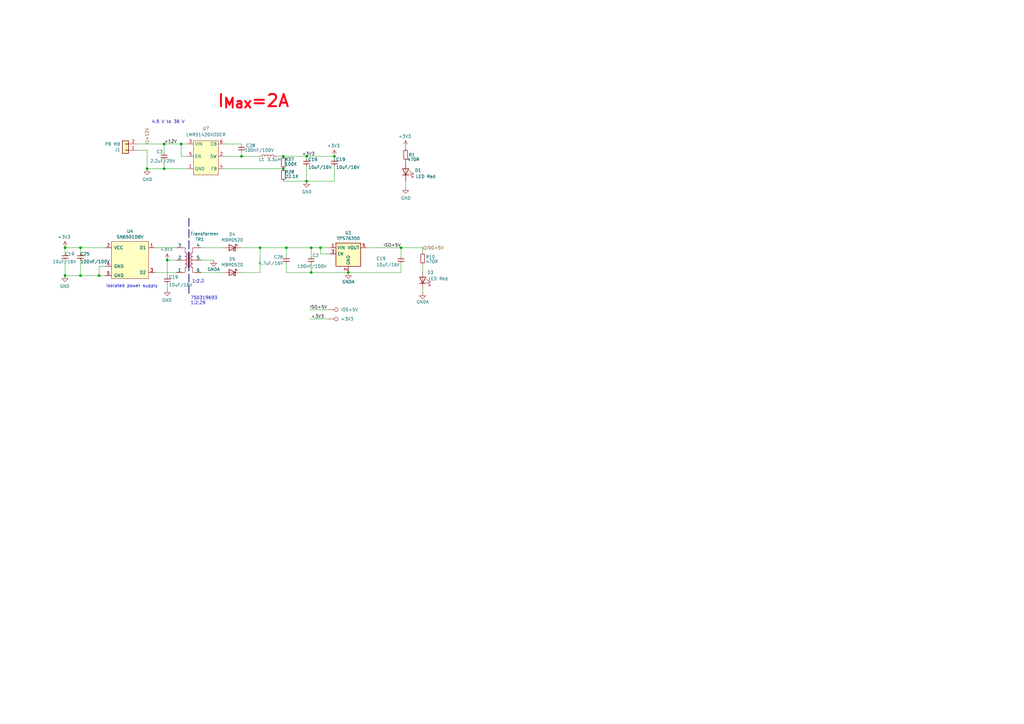
<source format=kicad_sch>
(kicad_sch
	(version 20231120)
	(generator "eeschema")
	(generator_version "8.0")
	(uuid "320f2caf-f00f-4432-86ed-f2c19d076281")
	(paper "A3")
	(title_block
		(date "2023-10-19")
		(rev "V0.1")
		(company "teTra")
	)
	(lib_symbols
		(symbol "Connector:TestPoint"
			(pin_numbers hide)
			(pin_names
				(offset 0.762) hide)
			(exclude_from_sim no)
			(in_bom yes)
			(on_board yes)
			(property "Reference" "TP"
				(at 0 6.858 0)
				(effects
					(font
						(size 1.27 1.27)
					)
				)
			)
			(property "Value" "TestPoint"
				(at 0 5.08 0)
				(effects
					(font
						(size 1.27 1.27)
					)
				)
			)
			(property "Footprint" ""
				(at 5.08 0 0)
				(effects
					(font
						(size 1.27 1.27)
					)
					(hide yes)
				)
			)
			(property "Datasheet" "~"
				(at 5.08 0 0)
				(effects
					(font
						(size 1.27 1.27)
					)
					(hide yes)
				)
			)
			(property "Description" "test point"
				(at 0 0 0)
				(effects
					(font
						(size 1.27 1.27)
					)
					(hide yes)
				)
			)
			(property "ki_keywords" "test point tp"
				(at 0 0 0)
				(effects
					(font
						(size 1.27 1.27)
					)
					(hide yes)
				)
			)
			(property "ki_fp_filters" "Pin* Test*"
				(at 0 0 0)
				(effects
					(font
						(size 1.27 1.27)
					)
					(hide yes)
				)
			)
			(symbol "TestPoint_0_1"
				(circle
					(center 0 3.302)
					(radius 0.762)
					(stroke
						(width 0)
						(type default)
					)
					(fill
						(type none)
					)
				)
			)
			(symbol "TestPoint_1_1"
				(pin passive line
					(at 0 0 90)
					(length 2.54)
					(name "1"
						(effects
							(font
								(size 1.27 1.27)
							)
						)
					)
					(number "1"
						(effects
							(font
								(size 1.27 1.27)
							)
						)
					)
				)
			)
		)
		(symbol "Connector_Generic:Conn_01x02"
			(pin_names
				(offset 1.016) hide)
			(exclude_from_sim no)
			(in_bom yes)
			(on_board yes)
			(property "Reference" "J"
				(at 0 2.54 0)
				(effects
					(font
						(size 1.27 1.27)
					)
				)
			)
			(property "Value" "Conn_01x02"
				(at 0 -5.08 0)
				(effects
					(font
						(size 1.27 1.27)
					)
				)
			)
			(property "Footprint" ""
				(at 0 0 0)
				(effects
					(font
						(size 1.27 1.27)
					)
					(hide yes)
				)
			)
			(property "Datasheet" "~"
				(at 0 0 0)
				(effects
					(font
						(size 1.27 1.27)
					)
					(hide yes)
				)
			)
			(property "Description" "Generic connector, single row, 01x02, script generated (kicad-library-utils/schlib/autogen/connector/)"
				(at 0 0 0)
				(effects
					(font
						(size 1.27 1.27)
					)
					(hide yes)
				)
			)
			(property "ki_keywords" "connector"
				(at 0 0 0)
				(effects
					(font
						(size 1.27 1.27)
					)
					(hide yes)
				)
			)
			(property "ki_fp_filters" "Connector*:*_1x??_*"
				(at 0 0 0)
				(effects
					(font
						(size 1.27 1.27)
					)
					(hide yes)
				)
			)
			(symbol "Conn_01x02_1_1"
				(rectangle
					(start -1.27 -2.413)
					(end 0 -2.667)
					(stroke
						(width 0.1524)
						(type default)
					)
					(fill
						(type none)
					)
				)
				(rectangle
					(start -1.27 0.127)
					(end 0 -0.127)
					(stroke
						(width 0.1524)
						(type default)
					)
					(fill
						(type none)
					)
				)
				(rectangle
					(start -1.27 1.27)
					(end 1.27 -3.81)
					(stroke
						(width 0.254)
						(type default)
					)
					(fill
						(type background)
					)
				)
				(pin passive line
					(at -5.08 0 0)
					(length 3.81)
					(name "Pin_1"
						(effects
							(font
								(size 1.27 1.27)
							)
						)
					)
					(number "1"
						(effects
							(font
								(size 1.27 1.27)
							)
						)
					)
				)
				(pin passive line
					(at -5.08 -2.54 0)
					(length 3.81)
					(name "Pin_2"
						(effects
							(font
								(size 1.27 1.27)
							)
						)
					)
					(number "2"
						(effects
							(font
								(size 1.27 1.27)
							)
						)
					)
				)
			)
		)
		(symbol "Device:C"
			(pin_numbers hide)
			(pin_names
				(offset 0.254)
			)
			(exclude_from_sim no)
			(in_bom yes)
			(on_board yes)
			(property "Reference" "C"
				(at 0.635 2.54 0)
				(effects
					(font
						(size 1.27 1.27)
					)
					(justify left)
				)
			)
			(property "Value" "C"
				(at 0.635 -2.54 0)
				(effects
					(font
						(size 1.27 1.27)
					)
					(justify left)
				)
			)
			(property "Footprint" ""
				(at 0.9652 -3.81 0)
				(effects
					(font
						(size 1.27 1.27)
					)
					(hide yes)
				)
			)
			(property "Datasheet" "~"
				(at 0 0 0)
				(effects
					(font
						(size 1.27 1.27)
					)
					(hide yes)
				)
			)
			(property "Description" "Unpolarized capacitor"
				(at 0 0 0)
				(effects
					(font
						(size 1.27 1.27)
					)
					(hide yes)
				)
			)
			(property "ki_keywords" "cap capacitor"
				(at 0 0 0)
				(effects
					(font
						(size 1.27 1.27)
					)
					(hide yes)
				)
			)
			(property "ki_fp_filters" "C_*"
				(at 0 0 0)
				(effects
					(font
						(size 1.27 1.27)
					)
					(hide yes)
				)
			)
			(symbol "C_1_1"
				(polyline
					(pts
						(xy -1.27 -0.508) (xy 1.27 -0.508)
					)
					(stroke
						(width 0.254)
						(type default)
					)
					(fill
						(type none)
					)
				)
				(polyline
					(pts
						(xy -1.27 0.508) (xy 1.27 0.508)
					)
					(stroke
						(width 0.254)
						(type default)
					)
					(fill
						(type none)
					)
				)
				(pin passive line
					(at 0 1.27 270)
					(length 0.762)
					(name "~"
						(effects
							(font
								(size 1.27 1.27)
							)
						)
					)
					(number "1"
						(effects
							(font
								(size 1.27 1.27)
							)
						)
					)
				)
				(pin passive line
					(at 0 -1.27 90)
					(length 0.762)
					(name "~"
						(effects
							(font
								(size 1.27 1.27)
							)
						)
					)
					(number "2"
						(effects
							(font
								(size 1.27 1.27)
							)
						)
					)
				)
			)
		)
		(symbol "Device:L"
			(pin_numbers hide)
			(pin_names
				(offset 1.016) hide)
			(exclude_from_sim no)
			(in_bom yes)
			(on_board yes)
			(property "Reference" "L"
				(at -1.27 0 90)
				(effects
					(font
						(size 1.27 1.27)
					)
				)
			)
			(property "Value" "L"
				(at 1.905 0 90)
				(effects
					(font
						(size 1.27 1.27)
					)
				)
			)
			(property "Footprint" ""
				(at 0 0 0)
				(effects
					(font
						(size 1.27 1.27)
					)
					(hide yes)
				)
			)
			(property "Datasheet" "~"
				(at 0 0 0)
				(effects
					(font
						(size 1.27 1.27)
					)
					(hide yes)
				)
			)
			(property "Description" "Inductor"
				(at 0 0 0)
				(effects
					(font
						(size 1.27 1.27)
					)
					(hide yes)
				)
			)
			(property "ki_keywords" "inductor choke coil reactor magnetic"
				(at 0 0 0)
				(effects
					(font
						(size 1.27 1.27)
					)
					(hide yes)
				)
			)
			(property "ki_fp_filters" "Choke_* *Coil* Inductor_* L_*"
				(at 0 0 0)
				(effects
					(font
						(size 1.27 1.27)
					)
					(hide yes)
				)
			)
			(symbol "L_0_1"
				(arc
					(start 0 -2.54)
					(mid 0.6323 -1.905)
					(end 0 -1.27)
					(stroke
						(width 0)
						(type default)
					)
					(fill
						(type none)
					)
				)
				(arc
					(start 0 -1.27)
					(mid 0.6323 -0.635)
					(end 0 0)
					(stroke
						(width 0)
						(type default)
					)
					(fill
						(type none)
					)
				)
				(arc
					(start 0 0)
					(mid 0.6323 0.635)
					(end 0 1.27)
					(stroke
						(width 0)
						(type default)
					)
					(fill
						(type none)
					)
				)
				(arc
					(start 0 1.27)
					(mid 0.6323 1.905)
					(end 0 2.54)
					(stroke
						(width 0)
						(type default)
					)
					(fill
						(type none)
					)
				)
			)
			(symbol "L_1_1"
				(pin passive line
					(at 0 3.81 270)
					(length 1.27)
					(name "1"
						(effects
							(font
								(size 1.27 1.27)
							)
						)
					)
					(number "1"
						(effects
							(font
								(size 1.27 1.27)
							)
						)
					)
				)
				(pin passive line
					(at 0 -3.81 90)
					(length 1.27)
					(name "2"
						(effects
							(font
								(size 1.27 1.27)
							)
						)
					)
					(number "2"
						(effects
							(font
								(size 1.27 1.27)
							)
						)
					)
				)
			)
		)
		(symbol "Device:LED"
			(pin_numbers hide)
			(pin_names
				(offset 1.016) hide)
			(exclude_from_sim no)
			(in_bom yes)
			(on_board yes)
			(property "Reference" "D"
				(at -0.762 -2.54 0)
				(effects
					(font
						(size 1.27 1.27)
					)
				)
			)
			(property "Value" "LED"
				(at -0.762 4.318 0)
				(effects
					(font
						(size 1.27 1.27)
					)
				)
			)
			(property "Footprint" ""
				(at 0 0 0)
				(effects
					(font
						(size 1.27 1.27)
					)
					(hide yes)
				)
			)
			(property "Datasheet" "~"
				(at 0 0 0)
				(effects
					(font
						(size 1.27 1.27)
					)
					(hide yes)
				)
			)
			(property "Description" "Light emitting diode"
				(at 0 0 0)
				(effects
					(font
						(size 1.27 1.27)
					)
					(hide yes)
				)
			)
			(property "ki_keywords" "LED diode"
				(at 0 0 0)
				(effects
					(font
						(size 1.27 1.27)
					)
					(hide yes)
				)
			)
			(property "ki_fp_filters" "LED* LED_SMD:* LED_THT:*"
				(at 0 0 0)
				(effects
					(font
						(size 1.27 1.27)
					)
					(hide yes)
				)
			)
			(symbol "LED_0_1"
				(polyline
					(pts
						(xy 1.27 0) (xy -1.27 0)
					)
					(stroke
						(width 0)
						(type default)
					)
					(fill
						(type none)
					)
				)
				(polyline
					(pts
						(xy 1.27 1.27) (xy 1.27 -1.27)
					)
					(stroke
						(width 0.254)
						(type default)
					)
					(fill
						(type none)
					)
				)
				(polyline
					(pts
						(xy -1.27 1.27) (xy -1.27 -1.27) (xy 1.27 0) (xy -1.27 1.27)
					)
					(stroke
						(width 0.254)
						(type default)
					)
					(fill
						(type none)
					)
				)
				(polyline
					(pts
						(xy -0.508 1.524) (xy 1.016 3.048) (xy 0.254 3.048) (xy 1.016 3.048) (xy 1.016 2.286)
					)
					(stroke
						(width 0)
						(type default)
					)
					(fill
						(type none)
					)
				)
				(polyline
					(pts
						(xy 0.762 1.524) (xy 2.286 3.048) (xy 1.524 3.048) (xy 2.286 3.048) (xy 2.286 2.286)
					)
					(stroke
						(width 0)
						(type default)
					)
					(fill
						(type none)
					)
				)
			)
			(symbol "LED_1_1"
				(pin passive line
					(at 3.81 0 180)
					(length 2.54)
					(name "K"
						(effects
							(font
								(size 1.27 1.27)
							)
						)
					)
					(number "1"
						(effects
							(font
								(size 1.27 1.27)
							)
						)
					)
				)
				(pin passive line
					(at -3.81 0 0)
					(length 2.54)
					(name "A"
						(effects
							(font
								(size 1.27 1.27)
							)
						)
					)
					(number "2"
						(effects
							(font
								(size 1.27 1.27)
							)
						)
					)
				)
			)
		)
		(symbol "Device:R_Small"
			(pin_numbers hide)
			(pin_names
				(offset 0.254) hide)
			(exclude_from_sim no)
			(in_bom yes)
			(on_board yes)
			(property "Reference" "R"
				(at 0.762 0.508 0)
				(effects
					(font
						(size 1.27 1.27)
					)
					(justify left)
				)
			)
			(property "Value" "R_Small"
				(at 0.762 -1.016 0)
				(effects
					(font
						(size 1.27 1.27)
					)
					(justify left)
				)
			)
			(property "Footprint" ""
				(at 0 0 0)
				(effects
					(font
						(size 1.27 1.27)
					)
					(hide yes)
				)
			)
			(property "Datasheet" "~"
				(at 0 0 0)
				(effects
					(font
						(size 1.27 1.27)
					)
					(hide yes)
				)
			)
			(property "Description" "Resistor, small symbol"
				(at 0 0 0)
				(effects
					(font
						(size 1.27 1.27)
					)
					(hide yes)
				)
			)
			(property "ki_keywords" "R resistor"
				(at 0 0 0)
				(effects
					(font
						(size 1.27 1.27)
					)
					(hide yes)
				)
			)
			(property "ki_fp_filters" "R_*"
				(at 0 0 0)
				(effects
					(font
						(size 1.27 1.27)
					)
					(hide yes)
				)
			)
			(symbol "R_Small_0_1"
				(rectangle
					(start -0.762 1.778)
					(end 0.762 -1.778)
					(stroke
						(width 0.2032)
						(type default)
					)
					(fill
						(type none)
					)
				)
			)
			(symbol "R_Small_1_1"
				(pin passive line
					(at 0 2.54 270)
					(length 0.762)
					(name "~"
						(effects
							(font
								(size 1.27 1.27)
							)
						)
					)
					(number "1"
						(effects
							(font
								(size 1.27 1.27)
							)
						)
					)
				)
				(pin passive line
					(at 0 -2.54 90)
					(length 0.762)
					(name "~"
						(effects
							(font
								(size 1.27 1.27)
							)
						)
					)
					(number "2"
						(effects
							(font
								(size 1.27 1.27)
							)
						)
					)
				)
			)
		)
		(symbol "Diode:MBR0520"
			(pin_numbers hide)
			(pin_names
				(offset 1.016) hide)
			(exclude_from_sim no)
			(in_bom yes)
			(on_board yes)
			(property "Reference" "D"
				(at 0 2.54 0)
				(effects
					(font
						(size 1.27 1.27)
					)
				)
			)
			(property "Value" "MBR0520"
				(at 0 -2.54 0)
				(effects
					(font
						(size 1.27 1.27)
					)
				)
			)
			(property "Footprint" "Diode_SMD:D_SOD-123"
				(at 0 -4.445 0)
				(effects
					(font
						(size 1.27 1.27)
					)
					(hide yes)
				)
			)
			(property "Datasheet" "http://www.mccsemi.com/up_pdf/MBR0520~MBR0580(SOD123).pdf"
				(at 0 0 0)
				(effects
					(font
						(size 1.27 1.27)
					)
					(hide yes)
				)
			)
			(property "Description" "20V 0.5A Schottky Power Rectifier Diode, SOD-123"
				(at 0 0 0)
				(effects
					(font
						(size 1.27 1.27)
					)
					(hide yes)
				)
			)
			(property "ki_keywords" "diode Schottky"
				(at 0 0 0)
				(effects
					(font
						(size 1.27 1.27)
					)
					(hide yes)
				)
			)
			(property "ki_fp_filters" "D*SOD?123*"
				(at 0 0 0)
				(effects
					(font
						(size 1.27 1.27)
					)
					(hide yes)
				)
			)
			(symbol "MBR0520_0_1"
				(polyline
					(pts
						(xy 1.27 0) (xy -1.27 0)
					)
					(stroke
						(width 0)
						(type default)
					)
					(fill
						(type none)
					)
				)
				(polyline
					(pts
						(xy 1.27 1.27) (xy 1.27 -1.27) (xy -1.27 0) (xy 1.27 1.27)
					)
					(stroke
						(width 0.254)
						(type default)
					)
					(fill
						(type none)
					)
				)
				(polyline
					(pts
						(xy -1.905 0.635) (xy -1.905 1.27) (xy -1.27 1.27) (xy -1.27 -1.27) (xy -0.635 -1.27) (xy -0.635 -0.635)
					)
					(stroke
						(width 0.254)
						(type default)
					)
					(fill
						(type none)
					)
				)
			)
			(symbol "MBR0520_1_1"
				(pin passive line
					(at -3.81 0 0)
					(length 2.54)
					(name "K"
						(effects
							(font
								(size 1.27 1.27)
							)
						)
					)
					(number "1"
						(effects
							(font
								(size 1.27 1.27)
							)
						)
					)
				)
				(pin passive line
					(at 3.81 0 180)
					(length 2.54)
					(name "A"
						(effects
							(font
								(size 1.27 1.27)
							)
						)
					)
					(number "2"
						(effects
							(font
								(size 1.27 1.27)
							)
						)
					)
				)
			)
		)
		(symbol "ENNOID:SN65601DBV"
			(pin_names
				(offset 1.016)
			)
			(exclude_from_sim no)
			(in_bom yes)
			(on_board yes)
			(property "Reference" "U"
				(at 0 -8.89 0)
				(effects
					(font
						(size 1.27 1.27)
					)
				)
			)
			(property "Value" "SN65601DBV"
				(at 0 8.89 0)
				(effects
					(font
						(size 1.27 1.27)
					)
				)
			)
			(property "Footprint" ""
				(at 11.43 -1.27 0)
				(effects
					(font
						(size 1.27 1.27)
					)
					(hide yes)
				)
			)
			(property "Datasheet" ""
				(at 0 0 0)
				(effects
					(font
						(size 1.27 1.27)
					)
					(hide yes)
				)
			)
			(property "Description" ""
				(at 0 0 0)
				(effects
					(font
						(size 1.27 1.27)
					)
					(hide yes)
				)
			)
			(symbol "SN65601DBV_0_1"
				(rectangle
					(start -7.62 7.62)
					(end 7.62 -7.62)
					(stroke
						(width 0)
						(type solid)
					)
					(fill
						(type background)
					)
				)
			)
			(symbol "SN65601DBV_1_1"
				(pin input line
					(at -10.16 5.08 0)
					(length 2.54)
					(name "D1"
						(effects
							(font
								(size 1.27 1.27)
							)
						)
					)
					(number "1"
						(effects
							(font
								(size 1.27 1.27)
							)
						)
					)
				)
				(pin input line
					(at 10.16 5.08 180)
					(length 2.54)
					(name "VCC"
						(effects
							(font
								(size 1.27 1.27)
							)
						)
					)
					(number "2"
						(effects
							(font
								(size 1.27 1.27)
							)
						)
					)
				)
				(pin input line
					(at -10.16 -5.08 0)
					(length 2.54)
					(name "D2"
						(effects
							(font
								(size 1.27 1.27)
							)
						)
					)
					(number "3"
						(effects
							(font
								(size 1.27 1.27)
							)
						)
					)
				)
				(pin input line
					(at 10.16 -2.54 180)
					(length 2.54)
					(name "GND"
						(effects
							(font
								(size 1.27 1.27)
							)
						)
					)
					(number "4"
						(effects
							(font
								(size 1.27 1.27)
							)
						)
					)
				)
				(pin input line
					(at 10.16 -6.35 180)
					(length 2.54)
					(name "GND"
						(effects
							(font
								(size 1.27 1.27)
							)
						)
					)
					(number "5"
						(effects
							(font
								(size 1.27 1.27)
							)
						)
					)
				)
			)
		)
		(symbol "Power_Supervisor:TPS76350"
			(exclude_from_sim no)
			(in_bom yes)
			(on_board yes)
			(property "Reference" "U"
				(at 0 0 0)
				(effects
					(font
						(size 1.27 1.27)
					)
				)
			)
			(property "Value" ""
				(at 0 0 0)
				(effects
					(font
						(size 1.27 1.27)
					)
				)
			)
			(property "Footprint" ""
				(at 0 0 0)
				(effects
					(font
						(size 1.27 1.27)
					)
					(hide yes)
				)
			)
			(property "Datasheet" ""
				(at 0 0 0)
				(effects
					(font
						(size 1.27 1.27)
					)
					(hide yes)
				)
			)
			(property "Description" ""
				(at 0 0 0)
				(effects
					(font
						(size 1.27 1.27)
					)
					(hide yes)
				)
			)
			(symbol "TPS76350_0_1"
				(rectangle
					(start -5.08 4.445)
					(end 5.08 -5.08)
					(stroke
						(width 0.254)
						(type solid)
					)
					(fill
						(type background)
					)
				)
			)
			(symbol "TPS76350_1_1"
				(pin power_in line
					(at -7.62 2.54 0)
					(length 2.54)
					(name "VIN"
						(effects
							(font
								(size 1.27 1.27)
							)
						)
					)
					(number "1"
						(effects
							(font
								(size 1.27 1.27)
							)
						)
					)
				)
				(pin power_in line
					(at 0 -7.62 90)
					(length 2.54)
					(name "GND"
						(effects
							(font
								(size 1.27 1.27)
							)
						)
					)
					(number "2"
						(effects
							(font
								(size 1.27 1.27)
							)
						)
					)
				)
				(pin input line
					(at -7.62 0 0)
					(length 2.54)
					(name "EN"
						(effects
							(font
								(size 1.27 1.27)
							)
						)
					)
					(number "3"
						(effects
							(font
								(size 1.27 1.27)
							)
						)
					)
				)
				(pin no_connect line
					(at 7.62 0 180)
					(length 2.54) hide
					(name "NC"
						(effects
							(font
								(size 1.27 1.27)
							)
						)
					)
					(number "4"
						(effects
							(font
								(size 1.27 1.27)
							)
						)
					)
				)
				(pin power_out line
					(at 7.62 2.54 180)
					(length 2.54)
					(name "VOUT"
						(effects
							(font
								(size 1.27 1.27)
							)
						)
					)
					(number "5"
						(effects
							(font
								(size 1.27 1.27)
							)
						)
					)
				)
			)
		)
		(symbol "Regulator_Switching:LMR51420"
			(exclude_from_sim no)
			(in_bom yes)
			(on_board yes)
			(property "Reference" "U"
				(at 2.54 7.62 0)
				(effects
					(font
						(size 1.27 1.27)
					)
				)
			)
			(property "Value" "LM51420"
				(at 0 0 0)
				(effects
					(font
						(size 1.27 1.27)
					)
				)
			)
			(property "Footprint" "Package_TO_SOT_SMD:SOT-23-6_Handsoldering"
				(at 0 0 0)
				(effects
					(font
						(size 1.27 1.27)
					)
					(hide yes)
				)
			)
			(property "Datasheet" "https://www.ti.com/lit/ds/symlink/lmr51420.pdf"
				(at 0 0 0)
				(effects
					(font
						(size 1.27 1.27)
					)
					(hide yes)
				)
			)
			(property "Description" "Buck Switching Regulator IC Positive Adjustable 0.6V 1 Output 2A SOT-23-6 Thin, TSOT-23-6"
				(at 0 0 0)
				(effects
					(font
						(size 1.27 1.27)
					)
					(hide yes)
				)
			)
			(property "MPN" "LMR51420XDDCR"
				(at 0 0 0)
				(effects
					(font
						(size 1.27 1.27)
					)
					(hide yes)
				)
			)
			(symbol "LMR51420_1_1"
				(rectangle
					(start -2.54 6.35)
					(end 7.62 -7.62)
					(stroke
						(width 0)
						(type default)
					)
					(fill
						(type background)
					)
				)
				(pin input line
					(at -5.08 -5.08 0)
					(length 2.54)
					(name "GND"
						(effects
							(font
								(size 1.27 1.27)
							)
						)
					)
					(number "1"
						(effects
							(font
								(size 1.27 1.27)
							)
						)
					)
				)
				(pin input line
					(at 10.16 0 180)
					(length 2.54)
					(name "SW"
						(effects
							(font
								(size 1.27 1.27)
							)
						)
					)
					(number "2"
						(effects
							(font
								(size 1.27 1.27)
							)
						)
					)
				)
				(pin input line
					(at -5.08 5.08 0)
					(length 2.54)
					(name "VIN"
						(effects
							(font
								(size 1.27 1.27)
							)
						)
					)
					(number "3"
						(effects
							(font
								(size 1.27 1.27)
							)
						)
					)
				)
				(pin input line
					(at 10.16 -5.08 180)
					(length 2.54)
					(name "FB"
						(effects
							(font
								(size 1.27 1.27)
							)
						)
					)
					(number "4"
						(effects
							(font
								(size 1.27 1.27)
							)
						)
					)
				)
				(pin input line
					(at -5.08 0 0)
					(length 2.54)
					(name "EN"
						(effects
							(font
								(size 1.27 1.27)
							)
						)
					)
					(number "5"
						(effects
							(font
								(size 1.27 1.27)
							)
						)
					)
				)
				(pin input line
					(at 10.16 5.08 180)
					(length 2.54)
					(name "CB"
						(effects
							(font
								(size 1.27 1.27)
							)
						)
					)
					(number "6"
						(effects
							(font
								(size 1.27 1.27)
							)
						)
					)
				)
			)
		)
		(symbol "Transformer:TRANSF5"
			(pin_numbers hide)
			(pin_names
				(offset 0)
			)
			(exclude_from_sim no)
			(in_bom yes)
			(on_board yes)
			(property "Reference" "TR"
				(at 0 6.35 0)
				(effects
					(font
						(size 1.27 1.27)
					)
				)
			)
			(property "Value" "TRANSF5"
				(at 0 -6.35 0)
				(effects
					(font
						(size 1.27 1.27)
					)
				)
			)
			(property "Footprint" ""
				(at 0 0 0)
				(effects
					(font
						(size 1.27 1.27)
					)
					(hide yes)
				)
			)
			(property "Datasheet" "https://mm.digikey.com/Volume0/opasdata/d220001/medias/docus/2416/760390015%20Dwg.pdf"
				(at 0 0 0)
				(effects
					(font
						(size 1.27 1.27)
					)
					(hide yes)
				)
			)
			(property "Description" ""
				(at 0 0 0)
				(effects
					(font
						(size 1.27 1.27)
					)
					(hide yes)
				)
			)
			(symbol "TRANSF5_0_1"
				(arc
					(start -1.524 -3.048)
					(mid -0.7653 -2.286)
					(end -1.524 -1.524)
					(stroke
						(width 0.2032)
						(type default)
					)
					(fill
						(type none)
					)
				)
				(arc
					(start -1.524 -1.524)
					(mid -0.7653 -0.762)
					(end -1.524 0)
					(stroke
						(width 0.2032)
						(type default)
					)
					(fill
						(type none)
					)
				)
				(arc
					(start -1.524 0)
					(mid -0.7653 0.762)
					(end -1.524 1.524)
					(stroke
						(width 0.2032)
						(type default)
					)
					(fill
						(type none)
					)
				)
				(arc
					(start -1.524 1.524)
					(mid -0.7653 2.286)
					(end -1.524 3.048)
					(stroke
						(width 0.2032)
						(type default)
					)
					(fill
						(type none)
					)
				)
				(rectangle
					(start -0.254 3.048)
					(end 0.254 -3.048)
					(stroke
						(width 0.0254)
						(type default)
					)
					(fill
						(type outline)
					)
				)
				(polyline
					(pts
						(xy -1.524 0) (xy -2.54 0) (xy -2.54 0)
					)
					(stroke
						(width 0)
						(type default)
					)
					(fill
						(type outline)
					)
				)
				(polyline
					(pts
						(xy 1.524 0) (xy 2.54 0) (xy 2.54 0)
					)
					(stroke
						(width 0)
						(type default)
					)
					(fill
						(type outline)
					)
				)
				(polyline
					(pts
						(xy -2.54 5.08) (xy -1.524 5.08) (xy -1.524 3.048) (xy -1.524 3.048)
					)
					(stroke
						(width 0.1524)
						(type default)
					)
					(fill
						(type none)
					)
				)
				(polyline
					(pts
						(xy -1.524 -3.048) (xy -1.524 -5.08) (xy -2.54 -5.08) (xy -2.54 -5.08)
					)
					(stroke
						(width 0.1524)
						(type default)
					)
					(fill
						(type none)
					)
				)
				(polyline
					(pts
						(xy 1.524 3.048) (xy 1.524 5.08) (xy 2.54 5.08) (xy 2.54 5.08)
					)
					(stroke
						(width 0.1524)
						(type default)
					)
					(fill
						(type none)
					)
				)
				(polyline
					(pts
						(xy 2.54 -5.08) (xy 1.524 -5.08) (xy 1.524 -3.048) (xy 1.524 -3.048)
					)
					(stroke
						(width 0.1524)
						(type default)
					)
					(fill
						(type none)
					)
				)
				(arc
					(start 1.524 -1.524)
					(mid 0.7653 -2.286)
					(end 1.524 -3.048)
					(stroke
						(width 0.2032)
						(type default)
					)
					(fill
						(type none)
					)
				)
				(arc
					(start 1.524 0)
					(mid 0.7653 -0.762)
					(end 1.524 -1.524)
					(stroke
						(width 0.2032)
						(type default)
					)
					(fill
						(type none)
					)
				)
				(arc
					(start 1.524 1.524)
					(mid 0.7653 0.762)
					(end 1.524 0)
					(stroke
						(width 0.2032)
						(type default)
					)
					(fill
						(type none)
					)
				)
				(arc
					(start 1.524 3.048)
					(mid 0.7653 2.286)
					(end 1.524 1.524)
					(stroke
						(width 0.2032)
						(type default)
					)
					(fill
						(type none)
					)
				)
			)
			(symbol "TRANSF5_1_1"
				(pin passive line
					(at -5.08 5.08 0)
					(length 2.54)
					(name "1"
						(effects
							(font
								(size 1.27 1.27)
							)
						)
					)
					(number "1"
						(effects
							(font
								(size 1.27 1.27)
							)
						)
					)
				)
				(pin passive line
					(at -5.08 0 0)
					(length 2.54)
					(name "2"
						(effects
							(font
								(size 1.27 1.27)
							)
						)
					)
					(number "2"
						(effects
							(font
								(size 1.27 1.27)
							)
						)
					)
				)
				(pin passive line
					(at -5.08 -5.08 0)
					(length 2.54)
					(name "3"
						(effects
							(font
								(size 1.27 1.27)
							)
						)
					)
					(number "3"
						(effects
							(font
								(size 1.27 1.27)
							)
						)
					)
				)
				(pin passive line
					(at 5.08 -5.08 180)
					(length 2.54)
					(name "4"
						(effects
							(font
								(size 1.27 1.27)
							)
						)
					)
					(number "4"
						(effects
							(font
								(size 1.27 1.27)
							)
						)
					)
				)
				(pin passive line
					(at 5.08 0 180)
					(length 2.54)
					(name "5"
						(effects
							(font
								(size 1.27 1.27)
							)
						)
					)
					(number "5"
						(effects
							(font
								(size 1.27 1.27)
							)
						)
					)
				)
				(pin passive line
					(at 5.08 5.08 180)
					(length 2.54)
					(name "6"
						(effects
							(font
								(size 1.27 1.27)
							)
						)
					)
					(number "6"
						(effects
							(font
								(size 1.27 1.27)
							)
						)
					)
				)
			)
		)
		(symbol "power:+3V3"
			(power)
			(pin_names
				(offset 0)
			)
			(exclude_from_sim no)
			(in_bom yes)
			(on_board yes)
			(property "Reference" "#PWR"
				(at 0 -3.81 0)
				(effects
					(font
						(size 1.27 1.27)
					)
					(hide yes)
				)
			)
			(property "Value" "+3V3"
				(at 0 3.556 0)
				(effects
					(font
						(size 1.27 1.27)
					)
				)
			)
			(property "Footprint" ""
				(at 0 0 0)
				(effects
					(font
						(size 1.27 1.27)
					)
					(hide yes)
				)
			)
			(property "Datasheet" ""
				(at 0 0 0)
				(effects
					(font
						(size 1.27 1.27)
					)
					(hide yes)
				)
			)
			(property "Description" "Power symbol creates a global label with name \"+3V3\""
				(at 0 0 0)
				(effects
					(font
						(size 1.27 1.27)
					)
					(hide yes)
				)
			)
			(property "ki_keywords" "global power"
				(at 0 0 0)
				(effects
					(font
						(size 1.27 1.27)
					)
					(hide yes)
				)
			)
			(symbol "+3V3_0_1"
				(polyline
					(pts
						(xy -0.762 1.27) (xy 0 2.54)
					)
					(stroke
						(width 0)
						(type default)
					)
					(fill
						(type none)
					)
				)
				(polyline
					(pts
						(xy 0 0) (xy 0 2.54)
					)
					(stroke
						(width 0)
						(type default)
					)
					(fill
						(type none)
					)
				)
				(polyline
					(pts
						(xy 0 2.54) (xy 0.762 1.27)
					)
					(stroke
						(width 0)
						(type default)
					)
					(fill
						(type none)
					)
				)
			)
			(symbol "+3V3_1_1"
				(pin power_in line
					(at 0 0 90)
					(length 0) hide
					(name "+3V3"
						(effects
							(font
								(size 1.27 1.27)
							)
						)
					)
					(number "1"
						(effects
							(font
								(size 1.27 1.27)
							)
						)
					)
				)
			)
		)
		(symbol "power:GND"
			(power)
			(pin_names
				(offset 0)
			)
			(exclude_from_sim no)
			(in_bom yes)
			(on_board yes)
			(property "Reference" "#PWR"
				(at 0 -6.35 0)
				(effects
					(font
						(size 1.27 1.27)
					)
					(hide yes)
				)
			)
			(property "Value" "GND"
				(at 0 -3.81 0)
				(effects
					(font
						(size 1.27 1.27)
					)
				)
			)
			(property "Footprint" ""
				(at 0 0 0)
				(effects
					(font
						(size 1.27 1.27)
					)
					(hide yes)
				)
			)
			(property "Datasheet" ""
				(at 0 0 0)
				(effects
					(font
						(size 1.27 1.27)
					)
					(hide yes)
				)
			)
			(property "Description" "Power symbol creates a global label with name \"GND\" , ground"
				(at 0 0 0)
				(effects
					(font
						(size 1.27 1.27)
					)
					(hide yes)
				)
			)
			(property "ki_keywords" "global power"
				(at 0 0 0)
				(effects
					(font
						(size 1.27 1.27)
					)
					(hide yes)
				)
			)
			(symbol "GND_0_1"
				(polyline
					(pts
						(xy 0 0) (xy 0 -1.27) (xy 1.27 -1.27) (xy 0 -2.54) (xy -1.27 -1.27) (xy 0 -1.27)
					)
					(stroke
						(width 0)
						(type default)
					)
					(fill
						(type none)
					)
				)
			)
			(symbol "GND_1_1"
				(pin power_in line
					(at 0 0 270)
					(length 0) hide
					(name "GND"
						(effects
							(font
								(size 1.27 1.27)
							)
						)
					)
					(number "1"
						(effects
							(font
								(size 1.27 1.27)
							)
						)
					)
				)
			)
		)
		(symbol "power:GNDA"
			(power)
			(pin_names
				(offset 0)
			)
			(exclude_from_sim no)
			(in_bom yes)
			(on_board yes)
			(property "Reference" "#PWR"
				(at 0 -6.35 0)
				(effects
					(font
						(size 1.27 1.27)
					)
					(hide yes)
				)
			)
			(property "Value" "GNDA"
				(at 0 -3.81 0)
				(effects
					(font
						(size 1.27 1.27)
					)
				)
			)
			(property "Footprint" ""
				(at 0 0 0)
				(effects
					(font
						(size 1.27 1.27)
					)
					(hide yes)
				)
			)
			(property "Datasheet" ""
				(at 0 0 0)
				(effects
					(font
						(size 1.27 1.27)
					)
					(hide yes)
				)
			)
			(property "Description" "Power symbol creates a global label with name \"GNDA\" , analog ground"
				(at 0 0 0)
				(effects
					(font
						(size 1.27 1.27)
					)
					(hide yes)
				)
			)
			(property "ki_keywords" "global power"
				(at 0 0 0)
				(effects
					(font
						(size 1.27 1.27)
					)
					(hide yes)
				)
			)
			(symbol "GNDA_0_1"
				(polyline
					(pts
						(xy 0 0) (xy 0 -1.27) (xy 1.27 -1.27) (xy 0 -2.54) (xy -1.27 -1.27) (xy 0 -1.27)
					)
					(stroke
						(width 0)
						(type default)
					)
					(fill
						(type none)
					)
				)
			)
			(symbol "GNDA_1_1"
				(pin power_in line
					(at 0 0 270)
					(length 0) hide
					(name "GNDA"
						(effects
							(font
								(size 1.27 1.27)
							)
						)
					)
					(number "1"
						(effects
							(font
								(size 1.27 1.27)
							)
						)
					)
				)
			)
		)
	)
	(junction
		(at 26.67 101.6)
		(diameter 0)
		(color 0 0 0 0)
		(uuid "287cb2ff-3ba6-4fab-bb0c-79b8a331f9cc")
	)
	(junction
		(at 116.205 69.215)
		(diameter 0)
		(color 0 0 0 0)
		(uuid "29144466-7e96-4d51-80d1-c49736fa2bc4")
	)
	(junction
		(at 40.64 113.03)
		(diameter 0)
		(color 0 0 0 0)
		(uuid "2bf5d0f5-df70-43d7-88ce-3a7b2438659f")
	)
	(junction
		(at 137.16 64.135)
		(diameter 0)
		(color 0 0 0 0)
		(uuid "35273a59-c037-447b-85d4-ec84f98a11ba")
	)
	(junction
		(at 106.68 101.6)
		(diameter 0)
		(color 0 0 0 0)
		(uuid "3dae0cfe-ba71-459f-a62d-a85f310aaea4")
	)
	(junction
		(at 116.205 64.135)
		(diameter 0)
		(color 0 0 0 0)
		(uuid "5bc0c177-e187-4b2d-8d6d-cd38ae6c4e85")
	)
	(junction
		(at 164.465 101.6)
		(diameter 0)
		(color 0 0 0 0)
		(uuid "5db367fe-3c10-440b-83e3-582d3065da46")
	)
	(junction
		(at 99.06 64.135)
		(diameter 0)
		(color 0 0 0 0)
		(uuid "61d92f39-c5e9-48d5-894f-a5fc74e9add8")
	)
	(junction
		(at 131.445 101.6)
		(diameter 0)
		(color 0 0 0 0)
		(uuid "6ab63bff-d05c-4c2a-b872-6604c3cf20af")
	)
	(junction
		(at 67.31 69.215)
		(diameter 0)
		(color 0 0 0 0)
		(uuid "6b59f74b-88a0-4e9d-89ff-f92784181315")
	)
	(junction
		(at 33.02 113.03)
		(diameter 0)
		(color 0 0 0 0)
		(uuid "6b6802c3-4810-4379-a43b-641f5538348c")
	)
	(junction
		(at 127.635 101.6)
		(diameter 0)
		(color 0 0 0 0)
		(uuid "6ea68398-1927-44e1-9aaa-83b512ecd08d")
	)
	(junction
		(at 125.73 74.295)
		(diameter 0)
		(color 0 0 0 0)
		(uuid "96fb71f3-0e23-47e9-b6b5-360045d2ef7e")
	)
	(junction
		(at 142.875 111.76)
		(diameter 0)
		(color 0 0 0 0)
		(uuid "ac28e840-00f8-41fc-b85a-edc9472e92f5")
	)
	(junction
		(at 68.58 106.68)
		(diameter 0)
		(color 0 0 0 0)
		(uuid "c6347032-25b4-4978-95bc-d32e1a4c9752")
	)
	(junction
		(at 127.635 111.76)
		(diameter 0)
		(color 0 0 0 0)
		(uuid "ca508827-803e-4fbc-90dd-a3f8b4a8786b")
	)
	(junction
		(at 67.31 59.055)
		(diameter 0)
		(color 0 0 0 0)
		(uuid "ccb1139c-07ad-412a-836d-9d3943567551")
	)
	(junction
		(at 117.475 101.6)
		(diameter 0)
		(color 0 0 0 0)
		(uuid "d023e8f9-f54b-434c-b546-0abf23534f33")
	)
	(junction
		(at 26.67 113.03)
		(diameter 0)
		(color 0 0 0 0)
		(uuid "da5a39ed-1826-4a41-90b5-d62bd85e14b7")
	)
	(junction
		(at 125.73 64.135)
		(diameter 0)
		(color 0 0 0 0)
		(uuid "e02390c4-79fa-41f5-ab89-8ada9443d850")
	)
	(junction
		(at 33.02 101.6)
		(diameter 0)
		(color 0 0 0 0)
		(uuid "e41bffb5-88d2-4721-b304-503e594ae951")
	)
	(junction
		(at 74.295 59.055)
		(diameter 0)
		(color 0 0 0 0)
		(uuid "e4254500-a2be-4e50-9d4e-a7cd632c0564")
	)
	(junction
		(at 60.325 69.215)
		(diameter 0)
		(color 0 0 0 0)
		(uuid "febf7e91-2df9-44a0-abf8-4dddeb6ce259")
	)
	(wire
		(pts
			(xy 99.06 59.69) (xy 99.06 59.055)
		)
		(stroke
			(width 0)
			(type default)
		)
		(uuid "0469e5ac-046a-4fa8-973e-7388c1e7d7a8")
	)
	(wire
		(pts
			(xy 74.295 59.055) (xy 74.295 64.135)
		)
		(stroke
			(width 0)
			(type default)
		)
		(uuid "0d3a0ba7-1953-486c-a11f-1f8f1439a447")
	)
	(wire
		(pts
			(xy 164.465 101.6) (xy 150.495 101.6)
		)
		(stroke
			(width 0)
			(type default)
		)
		(uuid "11dfd986-6ecc-4f04-b77f-e0dd682b2146")
	)
	(wire
		(pts
			(xy 26.67 106.68) (xy 26.67 113.03)
		)
		(stroke
			(width 0)
			(type default)
		)
		(uuid "13820624-493e-4cc7-bbb8-bc0e32ed5f65")
	)
	(wire
		(pts
			(xy 99.06 111.76) (xy 106.68 111.76)
		)
		(stroke
			(width 0)
			(type default)
		)
		(uuid "1455923a-c706-4e64-afb7-f8c9f47c3cb8")
	)
	(wire
		(pts
			(xy 127 130.81) (xy 134.62 130.81)
		)
		(stroke
			(width 0)
			(type default)
		)
		(uuid "14c45e74-9ddb-4a88-8125-2229376ab26f")
	)
	(wire
		(pts
			(xy 99.06 62.23) (xy 99.06 64.135)
		)
		(stroke
			(width 0)
			(type default)
		)
		(uuid "152384d6-d0b9-41bc-8d01-3087f7a47946")
	)
	(wire
		(pts
			(xy 33.02 106.68) (xy 33.02 113.03)
		)
		(stroke
			(width 0)
			(type default)
		)
		(uuid "1b3d0bc5-38da-4893-8e64-5a11c9dd165f")
	)
	(wire
		(pts
			(xy 164.465 101.6) (xy 164.465 105.41)
		)
		(stroke
			(width 0)
			(type default)
		)
		(uuid "1b94e64a-faf4-4632-8f34-b5b50b24e1dd")
	)
	(wire
		(pts
			(xy 67.31 65.405) (xy 67.31 69.215)
		)
		(stroke
			(width 0)
			(type default)
		)
		(uuid "1cc296be-f7be-40e4-8be7-b944ac4a0aa8")
	)
	(bus
		(pts
			(xy 77.47 89.535) (xy 77.47 120.65)
		)
		(stroke
			(width 0)
			(type dash)
		)
		(uuid "1d2eda15-7c96-46ed-985f-c7ce3c26d564")
	)
	(wire
		(pts
			(xy 60.325 69.215) (xy 67.31 69.215)
		)
		(stroke
			(width 0)
			(type default)
		)
		(uuid "1e05a4ef-8a17-4cd8-8f87-43aa62427042")
	)
	(wire
		(pts
			(xy 164.465 101.6) (xy 173.355 101.6)
		)
		(stroke
			(width 0)
			(type default)
		)
		(uuid "1fb07903-e9dd-4f49-a202-1d14a4f98b73")
	)
	(wire
		(pts
			(xy 82.55 106.68) (xy 87.63 106.68)
		)
		(stroke
			(width 0)
			(type default)
		)
		(uuid "20e6e05e-73d0-4c6d-b7eb-409463f986a5")
	)
	(wire
		(pts
			(xy 106.68 101.6) (xy 99.06 101.6)
		)
		(stroke
			(width 0)
			(type default)
		)
		(uuid "24c8db51-93d8-4a15-83bd-a1dcf194cdf7")
	)
	(wire
		(pts
			(xy 166.37 66.04) (xy 166.37 66.675)
		)
		(stroke
			(width 0)
			(type default)
		)
		(uuid "250d3937-f53d-49ab-9a23-bc0bea4b5345")
	)
	(wire
		(pts
			(xy 56.515 59.055) (xy 67.31 59.055)
		)
		(stroke
			(width 0)
			(type default)
		)
		(uuid "2b18c1ee-136e-4276-994d-0f858cbba886")
	)
	(wire
		(pts
			(xy 33.02 101.6) (xy 33.02 104.14)
		)
		(stroke
			(width 0)
			(type default)
		)
		(uuid "3744bca8-ab98-4768-a4a2-149672cb5602")
	)
	(wire
		(pts
			(xy 56.515 61.595) (xy 60.325 61.595)
		)
		(stroke
			(width 0)
			(type default)
		)
		(uuid "3c5ca94a-912d-43d3-af27-cc87b3a16e50")
	)
	(wire
		(pts
			(xy 173.355 108.585) (xy 173.355 111.125)
		)
		(stroke
			(width 0)
			(type default)
		)
		(uuid "46e5f250-0e7b-49a8-b365-5c5c74ea93de")
	)
	(wire
		(pts
			(xy 92.075 69.215) (xy 116.205 69.215)
		)
		(stroke
			(width 0)
			(type default)
		)
		(uuid "4f7f12e4-1149-410a-99ae-3fc9466b87b7")
	)
	(wire
		(pts
			(xy 67.31 69.215) (xy 76.835 69.215)
		)
		(stroke
			(width 0)
			(type default)
		)
		(uuid "54943512-e3f2-46ed-bba5-6eace142a1b2")
	)
	(wire
		(pts
			(xy 166.37 60.96) (xy 166.37 60.325)
		)
		(stroke
			(width 0)
			(type default)
		)
		(uuid "567a5f93-f1d9-41b3-84dc-3e943f3ff1ad")
	)
	(wire
		(pts
			(xy 92.075 64.135) (xy 99.06 64.135)
		)
		(stroke
			(width 0)
			(type default)
		)
		(uuid "58456133-6171-4abd-9b11-a0696a3b1ca8")
	)
	(wire
		(pts
			(xy 125.73 64.135) (xy 125.73 65.405)
		)
		(stroke
			(width 0)
			(type default)
		)
		(uuid "59077188-1267-4d68-be5b-dc6a947a6d8e")
	)
	(wire
		(pts
			(xy 26.67 101.6) (xy 33.02 101.6)
		)
		(stroke
			(width 0)
			(type default)
		)
		(uuid "5cc6d37a-4d67-4e8e-8cae-a0bb77aea5ff")
	)
	(wire
		(pts
			(xy 40.64 113.03) (xy 43.18 113.03)
		)
		(stroke
			(width 0)
			(type default)
		)
		(uuid "637442eb-d018-4b46-ab2b-c7197c630128")
	)
	(wire
		(pts
			(xy 131.445 104.14) (xy 131.445 101.6)
		)
		(stroke
			(width 0)
			(type default)
		)
		(uuid "6c094bf3-a875-44dc-909e-cead78d76dc3")
	)
	(wire
		(pts
			(xy 117.475 101.6) (xy 106.68 101.6)
		)
		(stroke
			(width 0)
			(type default)
		)
		(uuid "6ecfd7d1-c006-4c91-92bc-1099f018dd72")
	)
	(wire
		(pts
			(xy 116.205 74.295) (xy 125.73 74.295)
		)
		(stroke
			(width 0)
			(type default)
		)
		(uuid "70a9c38f-0839-42ea-9bfe-c954f0e97a69")
	)
	(wire
		(pts
			(xy 67.31 59.055) (xy 74.295 59.055)
		)
		(stroke
			(width 0)
			(type default)
		)
		(uuid "7be9def3-5a03-437c-849e-67b144acd5b9")
	)
	(wire
		(pts
			(xy 26.67 113.03) (xy 33.02 113.03)
		)
		(stroke
			(width 0)
			(type default)
		)
		(uuid "7d97c024-c7d4-43ba-b6ba-c38db8dc1f41")
	)
	(wire
		(pts
			(xy 74.295 64.135) (xy 76.835 64.135)
		)
		(stroke
			(width 0)
			(type default)
		)
		(uuid "7f48b6ea-8307-450b-b5a4-29af75e803a3")
	)
	(wire
		(pts
			(xy 135.255 101.6) (xy 131.445 101.6)
		)
		(stroke
			(width 0)
			(type default)
		)
		(uuid "7f82eaf6-7f81-4eeb-819a-dd37c2f47426")
	)
	(wire
		(pts
			(xy 74.295 59.055) (xy 76.835 59.055)
		)
		(stroke
			(width 0)
			(type default)
		)
		(uuid "85fdeba7-5c1b-4b41-b30e-d7845d4d0980")
	)
	(wire
		(pts
			(xy 68.58 106.68) (xy 68.58 113.665)
		)
		(stroke
			(width 0)
			(type default)
		)
		(uuid "86bcc7f7-d646-4505-bfe2-5ea17d0e7099")
	)
	(wire
		(pts
			(xy 60.325 61.595) (xy 60.325 69.215)
		)
		(stroke
			(width 0)
			(type default)
		)
		(uuid "86edff3b-291b-4d60-bd18-ca8058446acf")
	)
	(wire
		(pts
			(xy 72.39 106.68) (xy 68.58 106.68)
		)
		(stroke
			(width 0)
			(type default)
		)
		(uuid "873cbbf7-6d50-4e9e-ae68-6ddeb929a10f")
	)
	(wire
		(pts
			(xy 67.31 59.055) (xy 67.31 62.865)
		)
		(stroke
			(width 0)
			(type default)
		)
		(uuid "8e477447-eb4d-489b-be37-f5dcb9a45f2a")
	)
	(wire
		(pts
			(xy 92.075 59.055) (xy 99.06 59.055)
		)
		(stroke
			(width 0)
			(type default)
		)
		(uuid "944cd41c-12ee-4396-baf7-bad8a5174d9f")
	)
	(wire
		(pts
			(xy 116.205 64.135) (xy 125.73 64.135)
		)
		(stroke
			(width 0)
			(type default)
		)
		(uuid "9514ea63-a156-40f4-9dc0-36abe29d5ad8")
	)
	(wire
		(pts
			(xy 33.02 101.6) (xy 43.18 101.6)
		)
		(stroke
			(width 0)
			(type default)
		)
		(uuid "9654321f-9bc2-4b7e-b60a-24eaab4f18f5")
	)
	(wire
		(pts
			(xy 137.16 64.135) (xy 137.16 65.405)
		)
		(stroke
			(width 0)
			(type default)
		)
		(uuid "97bd0923-9b9d-46b9-abeb-cbed2619da45")
	)
	(wire
		(pts
			(xy 99.06 64.135) (xy 106.045 64.135)
		)
		(stroke
			(width 0)
			(type default)
		)
		(uuid "a100e90e-35c4-4f97-9164-aa30791e5053")
	)
	(wire
		(pts
			(xy 131.445 101.6) (xy 127.635 101.6)
		)
		(stroke
			(width 0)
			(type default)
		)
		(uuid "a4fb84cb-4cb4-438a-bdb7-2c1da3b7f6e9")
	)
	(wire
		(pts
			(xy 135.255 104.14) (xy 131.445 104.14)
		)
		(stroke
			(width 0)
			(type default)
		)
		(uuid "a89ff934-c488-41d4-b5f8-ccc21e6159d4")
	)
	(wire
		(pts
			(xy 137.16 67.945) (xy 137.16 74.295)
		)
		(stroke
			(width 0)
			(type default)
		)
		(uuid "a9521371-2240-4d53-941e-254055dc7641")
	)
	(wire
		(pts
			(xy 113.665 64.135) (xy 116.205 64.135)
		)
		(stroke
			(width 0)
			(type default)
		)
		(uuid "aa32980a-6228-4f42-8aab-8c6038d4bce9")
	)
	(wire
		(pts
			(xy 91.44 101.6) (xy 82.55 101.6)
		)
		(stroke
			(width 0)
			(type default)
		)
		(uuid "aadb6636-b243-483e-84c6-a40308e3140c")
	)
	(wire
		(pts
			(xy 127.635 101.6) (xy 117.475 101.6)
		)
		(stroke
			(width 0)
			(type default)
		)
		(uuid "ac263a73-b2fe-49f5-acde-b216a1b766c2")
	)
	(wire
		(pts
			(xy 72.39 101.6) (xy 63.5 101.6)
		)
		(stroke
			(width 0)
			(type default)
		)
		(uuid "ac3d90e1-85ee-46fe-b93d-18f785dc752b")
	)
	(wire
		(pts
			(xy 127.635 107.95) (xy 127.635 111.76)
		)
		(stroke
			(width 0)
			(type default)
		)
		(uuid "acce53de-3cdb-4a55-8d2e-fd2d2d8d546e")
	)
	(wire
		(pts
			(xy 43.18 109.22) (xy 40.64 109.22)
		)
		(stroke
			(width 0)
			(type default)
		)
		(uuid "ae0c9b04-7268-4d86-9b0f-da06874f196f")
	)
	(wire
		(pts
			(xy 166.37 74.295) (xy 166.37 76.835)
		)
		(stroke
			(width 0)
			(type default)
		)
		(uuid "b1f4635e-a6fb-42ce-a22c-09920d9c231f")
	)
	(wire
		(pts
			(xy 91.44 111.76) (xy 82.55 111.76)
		)
		(stroke
			(width 0)
			(type default)
		)
		(uuid "b6b51d6c-ace6-4309-b98c-7ebe13a22e14")
	)
	(wire
		(pts
			(xy 117.475 107.95) (xy 117.475 111.76)
		)
		(stroke
			(width 0)
			(type default)
		)
		(uuid "be5729e0-9777-4ff4-9377-259c272f5cd8")
	)
	(wire
		(pts
			(xy 125.73 67.945) (xy 125.73 74.295)
		)
		(stroke
			(width 0)
			(type default)
		)
		(uuid "bfc9f007-3d45-437c-b38a-6d13c90208ba")
	)
	(wire
		(pts
			(xy 164.465 111.76) (xy 142.875 111.76)
		)
		(stroke
			(width 0)
			(type default)
		)
		(uuid "c3a52349-6744-490e-9dae-4e52547af97e")
	)
	(wire
		(pts
			(xy 72.39 111.76) (xy 63.5 111.76)
		)
		(stroke
			(width 0)
			(type default)
		)
		(uuid "cd5524b5-8d30-45f9-8c23-ec8939f0ef14")
	)
	(wire
		(pts
			(xy 26.67 104.14) (xy 26.67 101.6)
		)
		(stroke
			(width 0)
			(type default)
		)
		(uuid "d0f93556-1453-4c30-8404-b6e35e687a93")
	)
	(wire
		(pts
			(xy 117.475 101.6) (xy 117.475 105.41)
		)
		(stroke
			(width 0)
			(type default)
		)
		(uuid "dc371185-c27a-4aad-a458-38a3df47d894")
	)
	(wire
		(pts
			(xy 40.64 113.03) (xy 33.02 113.03)
		)
		(stroke
			(width 0)
			(type default)
		)
		(uuid "e0b74a65-b020-444f-a511-6e536ded0567")
	)
	(wire
		(pts
			(xy 127.635 111.76) (xy 117.475 111.76)
		)
		(stroke
			(width 0)
			(type default)
		)
		(uuid "e3b49672-a676-40b4-9839-a1d9789117de")
	)
	(wire
		(pts
			(xy 173.355 101.6) (xy 173.355 103.505)
		)
		(stroke
			(width 0)
			(type default)
		)
		(uuid "e5573f54-2c8a-493f-96a2-f68f3841c5e8")
	)
	(wire
		(pts
			(xy 173.355 118.745) (xy 173.355 120.015)
		)
		(stroke
			(width 0)
			(type default)
		)
		(uuid "e6a5c00d-cc33-46ea-8e39-7c4965a489a3")
	)
	(wire
		(pts
			(xy 127 127) (xy 134.62 127)
		)
		(stroke
			(width 0)
			(type default)
		)
		(uuid "eaf31500-912b-4cc3-87ff-347736ab9f0d")
	)
	(wire
		(pts
			(xy 164.465 107.95) (xy 164.465 111.76)
		)
		(stroke
			(width 0)
			(type default)
		)
		(uuid "ecdb511f-e13d-41f0-8a5f-d279ab5dcd94")
	)
	(wire
		(pts
			(xy 40.64 109.22) (xy 40.64 113.03)
		)
		(stroke
			(width 0)
			(type default)
		)
		(uuid "ed843ae5-68c7-4ba2-84b9-661e69e13d22")
	)
	(wire
		(pts
			(xy 106.68 101.6) (xy 106.68 111.76)
		)
		(stroke
			(width 0)
			(type default)
		)
		(uuid "ef87d12a-8abf-4b93-8193-f0b795611ad6")
	)
	(wire
		(pts
			(xy 127.635 101.6) (xy 127.635 105.41)
		)
		(stroke
			(width 0)
			(type default)
		)
		(uuid "f0857e98-9035-458e-920c-85f433682b21")
	)
	(wire
		(pts
			(xy 68.58 116.205) (xy 68.58 118.745)
		)
		(stroke
			(width 0)
			(type default)
		)
		(uuid "f8414efc-5228-4b6d-b192-8e76fbb60dc4")
	)
	(wire
		(pts
			(xy 125.73 74.295) (xy 137.16 74.295)
		)
		(stroke
			(width 0)
			(type default)
		)
		(uuid "f8fab778-029f-42a2-90f4-16c461c8c0f6")
	)
	(wire
		(pts
			(xy 142.875 111.76) (xy 127.635 111.76)
		)
		(stroke
			(width 0)
			(type default)
		)
		(uuid "fa18298d-7a76-4eb7-94ef-e406292d7c0a")
	)
	(wire
		(pts
			(xy 137.16 64.135) (xy 125.73 64.135)
		)
		(stroke
			(width 0)
			(type default)
		)
		(uuid "fae627ba-c63d-4e24-b3c7-86efd665fac1")
	)
	(text "1:2.2"
		(exclude_from_sim no)
		(at 78.74 116.205 0)
		(effects
			(font
				(size 1.27 1.27)
			)
			(justify left bottom)
		)
		(uuid "14d25794-d02d-4ec5-b354-6479f2cac503")
	)
	(text "I_{Max}=2A"
		(exclude_from_sim no)
		(at 88.9 44.45 0)
		(effects
			(font
				(size 5 5)
				(thickness 0.8)
				(bold yes)
				(color 255 3 22 1)
			)
			(justify left bottom)
		)
		(uuid "1570ff9c-e7ed-48d8-8d45-6fe133da4d17")
	)
	(text "Isolated power supply"
		(exclude_from_sim no)
		(at 64.77 118.11 0)
		(effects
			(font
				(size 1.27 1.27)
			)
			(justify right bottom)
		)
		(uuid "8542ef56-a148-4408-9945-88ba30a9bd78")
	)
	(text "750319693   \n1:2.29"
		(exclude_from_sim no)
		(at 78.105 125.095 0)
		(effects
			(font
				(size 1.27 1.27)
			)
			(justify left bottom)
		)
		(uuid "9172f304-b287-4261-9662-e290c3629ae5")
	)
	(text "4.5 V to 36 V\n"
		(exclude_from_sim no)
		(at 62.23 50.8 0)
		(effects
			(font
				(size 1.27 1.27)
			)
			(justify left bottom)
		)
		(uuid "c3bcacd1-0fc0-48b4-bd95-f03cac9dc2a4")
	)
	(label "+3V3"
		(at 127.635 130.81 0)
		(fields_autoplaced yes)
		(effects
			(font
				(size 1.27 1.27)
			)
			(justify left bottom)
		)
		(uuid "5d7874e3-727c-41c8-91d3-ffe0af7b63a0")
	)
	(label "ISO+5V"
		(at 127 127 0)
		(fields_autoplaced yes)
		(effects
			(font
				(size 1.27 1.27)
			)
			(justify left bottom)
		)
		(uuid "c0a6d7d7-1794-40ed-8307-70ee963eb2e9")
	)
	(label "+3V3"
		(at 123.825 64.135 0)
		(fields_autoplaced yes)
		(effects
			(font
				(size 1.27 1.27)
			)
			(justify left bottom)
		)
		(uuid "c4ef4bd0-3f91-4c4e-a63a-644adca90d6c")
	)
	(label "+12V"
		(at 67.31 59.055 0)
		(fields_autoplaced yes)
		(effects
			(font
				(size 1.27 1.27)
			)
			(justify left bottom)
		)
		(uuid "d0e713de-ece8-480f-870f-ac1afe8bc551")
	)
	(label "ISO+5V"
		(at 164.465 101.6 180)
		(fields_autoplaced yes)
		(effects
			(font
				(size 1.27 1.27)
			)
			(justify right bottom)
		)
		(uuid "f5889c0b-43ab-42a6-9d8a-f7c3285e206a")
	)
	(hierarchical_label "ISO+5V"
		(shape input)
		(at 173.355 101.6 0)
		(fields_autoplaced yes)
		(effects
			(font
				(size 1.27 1.27)
			)
			(justify left)
		)
		(uuid "2bbb8211-bb02-4060-87a5-99f006e0d0d9")
	)
	(hierarchical_label "+12V"
		(shape input)
		(at 60.325 59.055 90)
		(fields_autoplaced yes)
		(effects
			(font
				(size 1.27 1.27)
			)
			(justify left)
		)
		(uuid "8eecf37d-f92b-4375-9c21-a112de8d16c3")
	)
	(symbol
		(lib_id "Device:L")
		(at 109.855 64.135 90)
		(unit 1)
		(exclude_from_sim no)
		(in_bom yes)
		(on_board yes)
		(dnp no)
		(uuid "00000000-0000-0000-0000-00005c70a0c0")
		(property "Reference" "L1"
			(at 107.315 65.405 90)
			(effects
				(font
					(size 1.27 1.27)
				)
			)
		)
		(property "Value" "3.3uH"
			(at 112.395 65.405 90)
			(effects
				(font
					(size 1.27 1.27)
				)
			)
		)
		(property "Footprint" "Inductor_SMD:L_Bourns_SRP5030T"
			(at 109.855 64.135 0)
			(effects
				(font
					(size 1.27 1.27)
				)
				(hide yes)
			)
		)
		(property "Datasheet" "https://www.bourns.com/docs/Product-Datasheets/SRP5030CC.pdf"
			(at 109.855 64.135 0)
			(effects
				(font
					(size 1.27 1.27)
				)
				(hide yes)
			)
		)
		(property "Description" "3.3 µH Shielded Wirewound Inductor 5 A 38mOhm Max Nonstandard"
			(at 109.855 64.135 90)
			(effects
				(font
					(size 1.27 1.27)
				)
				(hide yes)
			)
		)
		(property "MPN" "SRP5030CC-3R3M"
			(at 109.855 64.135 0)
			(effects
				(font
					(size 1.27 1.27)
				)
				(hide yes)
			)
		)
		(property "Link" "https://www.digikey.jp/en/products/detail/bourns-inc/SRP5030CC-3R3M/21263799?s=N4IgTCBcDaIMoCUAKBWADAZjQYWwWgwQwFkQBdAXyA"
			(at 109.855 64.135 90)
			(effects
				(font
					(size 1.27 1.27)
				)
				(hide yes)
			)
		)
		(pin "1"
			(uuid "e7df8030-2c52-4ba2-878a-8c8851921cee")
		)
		(pin "2"
			(uuid "5c4a8b37-2c00-4746-b0ed-616015f3a24f")
		)
		(instances
			(project "ESP32_Master"
				(path "/6a86ff6f-b159-4c4c-8a40-e732cc82e010/00000000-0000-0000-0000-00005ac18063"
					(reference "L1")
					(unit 1)
				)
			)
		)
	)
	(symbol
		(lib_id "power:GND")
		(at 125.73 74.295 0)
		(unit 1)
		(exclude_from_sim no)
		(in_bom yes)
		(on_board yes)
		(dnp no)
		(uuid "00000000-0000-0000-0000-00005c74287e")
		(property "Reference" "#PWR043"
			(at 125.73 80.645 0)
			(effects
				(font
					(size 1.27 1.27)
				)
				(hide yes)
			)
		)
		(property "Value" "GND"
			(at 125.857 78.6892 0)
			(effects
				(font
					(size 1.27 1.27)
				)
			)
		)
		(property "Footprint" ""
			(at 125.73 74.295 0)
			(effects
				(font
					(size 1.27 1.27)
				)
				(hide yes)
			)
		)
		(property "Datasheet" ""
			(at 125.73 74.295 0)
			(effects
				(font
					(size 1.27 1.27)
				)
				(hide yes)
			)
		)
		(property "Description" ""
			(at 125.73 74.295 0)
			(effects
				(font
					(size 1.27 1.27)
				)
				(hide yes)
			)
		)
		(pin "1"
			(uuid "d2e83e23-29a4-4b8f-8ff7-b0bb958de396")
		)
		(instances
			(project "ESP32_Master"
				(path "/6a86ff6f-b159-4c4c-8a40-e732cc82e010/00000000-0000-0000-0000-00005ac18063"
					(reference "#PWR043")
					(unit 1)
				)
			)
		)
	)
	(symbol
		(lib_id "power:GND")
		(at 60.325 69.215 0)
		(unit 1)
		(exclude_from_sim no)
		(in_bom yes)
		(on_board yes)
		(dnp no)
		(uuid "05fcc230-55dd-4c6f-a62a-7dfc2c10bf73")
		(property "Reference" "#PWR038"
			(at 60.325 75.565 0)
			(effects
				(font
					(size 1.27 1.27)
				)
				(hide yes)
			)
		)
		(property "Value" "GND"
			(at 60.452 73.6092 0)
			(effects
				(font
					(size 1.27 1.27)
				)
			)
		)
		(property "Footprint" ""
			(at 60.325 69.215 0)
			(effects
				(font
					(size 1.27 1.27)
				)
				(hide yes)
			)
		)
		(property "Datasheet" ""
			(at 60.325 69.215 0)
			(effects
				(font
					(size 1.27 1.27)
				)
				(hide yes)
			)
		)
		(property "Description" ""
			(at 60.325 69.215 0)
			(effects
				(font
					(size 1.27 1.27)
				)
				(hide yes)
			)
		)
		(pin "1"
			(uuid "c34052e6-b55f-466a-9d3b-88d85f86cb59")
		)
		(instances
			(project "ESP32_Master"
				(path "/6a86ff6f-b159-4c4c-8a40-e732cc82e010/00000000-0000-0000-0000-00005ac18063"
					(reference "#PWR038")
					(unit 1)
				)
			)
		)
	)
	(symbol
		(lib_id "power:GNDA")
		(at 173.355 120.015 0)
		(unit 1)
		(exclude_from_sim no)
		(in_bom yes)
		(on_board yes)
		(dnp no)
		(uuid "0dc1ced9-5c18-4965-a3d3-882d695de023")
		(property "Reference" "#PWR08"
			(at 173.355 126.365 0)
			(effects
				(font
					(size 1.27 1.27)
				)
				(hide yes)
			)
		)
		(property "Value" "GNDA"
			(at 173.355 123.825 0)
			(effects
				(font
					(size 1.27 1.27)
				)
			)
		)
		(property "Footprint" ""
			(at 173.355 120.015 0)
			(effects
				(font
					(size 1.27 1.27)
				)
				(hide yes)
			)
		)
		(property "Datasheet" ""
			(at 173.355 120.015 0)
			(effects
				(font
					(size 1.27 1.27)
				)
				(hide yes)
			)
		)
		(property "Description" ""
			(at 173.355 120.015 0)
			(effects
				(font
					(size 1.27 1.27)
				)
				(hide yes)
			)
		)
		(pin "1"
			(uuid "12dd2959-479c-4aa0-a1f8-67e59448fe67")
		)
		(instances
			(project "ESP32_Master"
				(path "/6a86ff6f-b159-4c4c-8a40-e732cc82e010/00000000-0000-0000-0000-00005ac18063"
					(reference "#PWR08")
					(unit 1)
				)
			)
		)
	)
	(symbol
		(lib_id "ENNOID:SN65601DBV")
		(at 53.34 106.68 0)
		(mirror y)
		(unit 1)
		(exclude_from_sim no)
		(in_bom yes)
		(on_board yes)
		(dnp no)
		(uuid "1ab1063d-9ff7-47e6-b41c-0d89ffcec2fb")
		(property "Reference" "U4"
			(at 53.34 94.869 0)
			(effects
				(font
					(size 1.27 1.27)
				)
			)
		)
		(property "Value" "SN6501DBV"
			(at 53.34 97.1804 0)
			(effects
				(font
					(size 1.27 1.27)
				)
			)
		)
		(property "Footprint" "Package_TO_SOT_SMD:SOT-23-5"
			(at 41.91 107.95 0)
			(effects
				(font
					(size 1.27 1.27)
				)
				(hide yes)
			)
		)
		(property "Datasheet" "https://www.ti.com.cn/cn/lit/ds/symlink/sn6501.pdf?ts=1707800085827&ref_url=https%253A%252F%252Fwww.ti.com.cn%252Fsitesearch%252Fzh-cn%252Fdocs%252Funiversalsearch.tsp%253FlangPref%253Dzh-CN%2526searchTerm%253DSN6501DBV%2526nr%253D33"
			(at 53.34 106.68 0)
			(effects
				(font
					(size 1.27 1.27)
				)
				(hide yes)
			)
		)
		(property "Description" "Transformer Driver PMIC SOT-23-5"
			(at 53.34 106.68 0)
			(effects
				(font
					(size 1.27 1.27)
				)
				(hide yes)
			)
		)
		(property "MPN" "SN6501DBVR"
			(at 53.34 106.68 0)
			(effects
				(font
					(size 1.27 1.27)
				)
				(hide yes)
			)
		)
		(property "Link" "https://www.digikey.jp/en/products/detail/texas-instruments/SN6501DBVR/3431175?s=N4IgTCBcDaIMoDkBsBWADARgCICEBqASiALoC%2BQA"
			(at 53.34 106.68 0)
			(effects
				(font
					(size 1.27 1.27)
				)
				(hide yes)
			)
		)
		(pin "1"
			(uuid "a6871cff-fee7-419c-bb9f-451c0c1c0378")
		)
		(pin "2"
			(uuid "bad024ce-7fd3-44d9-8ab9-16b6a32a5bda")
		)
		(pin "3"
			(uuid "15c40beb-be99-410f-9754-95e8d994d712")
		)
		(pin "4"
			(uuid "d7c8d9da-ba73-4da2-a8d1-a252871bc70c")
		)
		(pin "5"
			(uuid "564fc764-c9a7-4f0f-b600-18ee52f72743")
		)
		(instances
			(project "ESP32_Master"
				(path "/6a86ff6f-b159-4c4c-8a40-e732cc82e010/00000000-0000-0000-0000-00005ac18063"
					(reference "U4")
					(unit 1)
				)
			)
		)
	)
	(symbol
		(lib_id "Connector:TestPoint")
		(at 134.62 130.81 270)
		(unit 1)
		(exclude_from_sim no)
		(in_bom yes)
		(on_board yes)
		(dnp no)
		(uuid "1f6da100-6a88-4ea7-a648-e8d6a684967f")
		(property "Reference" "TP2"
			(at 139.192 133.35 0)
			(effects
				(font
					(size 1.27 1.27)
				)
				(justify left)
				(hide yes)
			)
		)
		(property "Value" "+3V3"
			(at 139.7 130.81 90)
			(effects
				(font
					(size 1.27 1.27)
				)
				(justify left)
			)
		)
		(property "Footprint" "TestPoint:TestPoint_Pad_D1.0mm"
			(at 134.62 135.89 0)
			(effects
				(font
					(size 1.27 1.27)
				)
				(hide yes)
			)
		)
		(property "Datasheet" "~"
			(at 134.62 135.89 0)
			(effects
				(font
					(size 1.27 1.27)
				)
				(hide yes)
			)
		)
		(property "Description" ""
			(at 134.62 130.81 0)
			(effects
				(font
					(size 1.27 1.27)
				)
				(hide yes)
			)
		)
		(pin "1"
			(uuid "c39b90e8-13ff-46e7-88c2-5ee7ddc05298")
		)
		(instances
			(project "ESP32_Master"
				(path "/6a86ff6f-b159-4c4c-8a40-e732cc82e010/00000000-0000-0000-0000-00005ac18063"
					(reference "TP2")
					(unit 1)
				)
			)
		)
	)
	(symbol
		(lib_id "Device:C")
		(at 26.67 105.41 0)
		(unit 1)
		(exclude_from_sim no)
		(in_bom yes)
		(on_board yes)
		(dnp no)
		(uuid "1fa7652a-4fa8-44b6-bf4c-1328d72f6a98")
		(property "Reference" "C19"
			(at 26.67 104.14 0)
			(effects
				(font
					(size 1.27 1.27)
				)
				(justify left)
			)
		)
		(property "Value" "10uF/16V"
			(at 21.59 107.315 0)
			(effects
				(font
					(size 1.27 1.27)
				)
				(justify left)
			)
		)
		(property "Footprint" "Capacitor_SMD:C_0805_2012Metric"
			(at 27.6352 109.22 0)
			(effects
				(font
					(size 1.27 1.27)
				)
				(hide yes)
			)
		)
		(property "Datasheet" "https://mm.digikey.com/Volume0/opasdata/d220001/medias/docus/609/CL21A106KOQNNNE_Spec.pdf"
			(at 26.67 105.41 0)
			(effects
				(font
					(size 1.27 1.27)
				)
				(hide yes)
			)
		)
		(property "Description" "10 µF ±10% 16V Ceramic Capacitor X5R 0805 (2012 Metric)"
			(at 26.67 105.41 0)
			(effects
				(font
					(size 1.27 1.27)
				)
				(hide yes)
			)
		)
		(property "MPN" "CL21A106KOQNNNE"
			(at 26.67 105.41 0)
			(effects
				(font
					(size 1.27 1.27)
				)
				(hide yes)
			)
		)
		(property "Link" "https://www.digikey.jp/en/products/detail/samsung-electro-mechanics/CL21A106KOQNNNE/3886754"
			(at 26.67 105.41 0)
			(effects
				(font
					(size 1.27 1.27)
				)
				(hide yes)
			)
		)
		(pin "1"
			(uuid "92b3eb88-dce4-4e29-a4b4-193e589bccf0")
		)
		(pin "2"
			(uuid "b0a02b86-b490-4435-ba30-36d5c12323bc")
		)
		(instances
			(project "Gachacon_Sensor"
				(path "/041b3cd8-e7ef-4f23-90bc-f44fb273934f/cec9e6f5-66b5-43c4-951e-416249495c24"
					(reference "C19")
					(unit 1)
				)
			)
			(project "ESP32_Master"
				(path "/6a86ff6f-b159-4c4c-8a40-e732cc82e010/00000000-0000-0000-0000-00005ac18063"
					(reference "C27")
					(unit 1)
				)
			)
			(project "R&C_library"
				(path "/7459c5fb-eaee-49a5-9f15-99dbadaaebb5/69b6d37c-9e3f-4116-ad89-42e4a2524676"
					(reference "C47")
					(unit 1)
				)
			)
		)
	)
	(symbol
		(lib_id "power:+3V3")
		(at 68.58 106.68 0)
		(mirror y)
		(unit 1)
		(exclude_from_sim no)
		(in_bom yes)
		(on_board yes)
		(dnp no)
		(uuid "3658459e-af21-44f1-98c2-9ad8f781a9e9")
		(property "Reference" "#PWR022"
			(at 68.58 110.49 0)
			(effects
				(font
					(size 1.27 1.27)
				)
				(hide yes)
			)
		)
		(property "Value" "+3V3"
			(at 68.199 102.2858 0)
			(effects
				(font
					(size 1.27 1.27)
				)
			)
		)
		(property "Footprint" ""
			(at 68.58 106.68 0)
			(effects
				(font
					(size 1.27 1.27)
				)
				(hide yes)
			)
		)
		(property "Datasheet" ""
			(at 68.58 106.68 0)
			(effects
				(font
					(size 1.27 1.27)
				)
				(hide yes)
			)
		)
		(property "Description" ""
			(at 68.58 106.68 0)
			(effects
				(font
					(size 1.27 1.27)
				)
				(hide yes)
			)
		)
		(pin "1"
			(uuid "f16d4e20-e38b-4ac8-b16c-6e004cbd5221")
		)
		(instances
			(project "ESP32_Master"
				(path "/6a86ff6f-b159-4c4c-8a40-e732cc82e010/00000000-0000-0000-0000-00005ac18063"
					(reference "#PWR022")
					(unit 1)
				)
			)
		)
	)
	(symbol
		(lib_id "Connector:TestPoint")
		(at 134.62 127 270)
		(unit 1)
		(exclude_from_sim no)
		(in_bom yes)
		(on_board yes)
		(dnp no)
		(uuid "41213d4c-91bb-4ee5-ae86-4a58d7b0e75e")
		(property "Reference" "TP1"
			(at 139.192 129.54 0)
			(effects
				(font
					(size 1.27 1.27)
				)
				(justify left)
				(hide yes)
			)
		)
		(property "Value" "IOS+5V"
			(at 139.7 127 90)
			(effects
				(font
					(size 1.27 1.27)
				)
				(justify left)
			)
		)
		(property "Footprint" "TestPoint:TestPoint_Pad_D1.0mm"
			(at 134.62 132.08 0)
			(effects
				(font
					(size 1.27 1.27)
				)
				(hide yes)
			)
		)
		(property "Datasheet" "~"
			(at 134.62 132.08 0)
			(effects
				(font
					(size 1.27 1.27)
				)
				(hide yes)
			)
		)
		(property "Description" ""
			(at 134.62 127 0)
			(effects
				(font
					(size 1.27 1.27)
				)
				(hide yes)
			)
		)
		(pin "1"
			(uuid "505a5d35-c019-4aaf-a134-c40b510d6185")
		)
		(instances
			(project "ESP32_Master"
				(path "/6a86ff6f-b159-4c4c-8a40-e732cc82e010/00000000-0000-0000-0000-00005ac18063"
					(reference "TP1")
					(unit 1)
				)
			)
		)
	)
	(symbol
		(lib_id "power:GND")
		(at 166.37 76.835 0)
		(unit 1)
		(exclude_from_sim no)
		(in_bom yes)
		(on_board yes)
		(dnp no)
		(uuid "438e7760-d20a-46c3-9f03-ac587bb42565")
		(property "Reference" "#PWR02"
			(at 166.37 83.185 0)
			(effects
				(font
					(size 1.27 1.27)
				)
				(hide yes)
			)
		)
		(property "Value" "GND"
			(at 166.497 81.2292 0)
			(effects
				(font
					(size 1.27 1.27)
				)
			)
		)
		(property "Footprint" ""
			(at 166.37 76.835 0)
			(effects
				(font
					(size 1.27 1.27)
				)
				(hide yes)
			)
		)
		(property "Datasheet" ""
			(at 166.37 76.835 0)
			(effects
				(font
					(size 1.27 1.27)
				)
				(hide yes)
			)
		)
		(property "Description" ""
			(at 166.37 76.835 0)
			(effects
				(font
					(size 1.27 1.27)
				)
				(hide yes)
			)
		)
		(pin "1"
			(uuid "bade3281-b0b3-4d68-acfb-0b41a4a847ed")
		)
		(instances
			(project "ESP32_Master"
				(path "/6a86ff6f-b159-4c4c-8a40-e732cc82e010/00000000-0000-0000-0000-00005ac18063"
					(reference "#PWR02")
					(unit 1)
				)
			)
		)
	)
	(symbol
		(lib_id "Diode:MBR0520")
		(at 95.25 111.76 0)
		(mirror y)
		(unit 1)
		(exclude_from_sim no)
		(in_bom yes)
		(on_board yes)
		(dnp no)
		(uuid "48d7f37f-3376-4ba0-99d8-03dce5ceb811")
		(property "Reference" "D5"
			(at 95.25 106.2736 0)
			(effects
				(font
					(size 1.27 1.27)
				)
			)
		)
		(property "Value" "MBR0520"
			(at 95.25 108.585 0)
			(effects
				(font
					(size 1.27 1.27)
				)
			)
		)
		(property "Footprint" "Diode_SMD:D_SOD-123"
			(at 95.25 116.205 0)
			(effects
				(font
					(size 1.27 1.27)
				)
				(hide yes)
			)
		)
		(property "Datasheet" "http://www.mccsemi.com/up_pdf/MBR0520~MBR0580(SOD123).pdf"
			(at 95.25 111.76 0)
			(effects
				(font
					(size 1.27 1.27)
				)
				(hide yes)
			)
		)
		(property "Description" "Diode 20 V 500mA Surface Mount SOD-123"
			(at 95.25 111.76 0)
			(effects
				(font
					(size 1.27 1.27)
				)
				(hide yes)
			)
		)
		(property "MPN" "MBR0520-TP"
			(at 95.25 111.76 0)
			(effects
				(font
					(size 1.27 1.27)
				)
				(hide yes)
			)
		)
		(property "Link" "https://www.digikey.jp/en/products/detail/micro-commercial-co/MBR0520-TP/717250"
			(at 95.25 111.76 0)
			(effects
				(font
					(size 1.27 1.27)
				)
				(hide yes)
			)
		)
		(pin "1"
			(uuid "80c5535a-5e51-4eb6-829a-c2bcdb919b11")
		)
		(pin "2"
			(uuid "1ebc6343-1547-43a7-851a-63c39db182c3")
		)
		(instances
			(project "ESP32_Master"
				(path "/6a86ff6f-b159-4c4c-8a40-e732cc82e010/00000000-0000-0000-0000-00005ac18063"
					(reference "D5")
					(unit 1)
				)
			)
		)
	)
	(symbol
		(lib_id "Device:C")
		(at 137.16 66.675 0)
		(unit 1)
		(exclude_from_sim no)
		(in_bom yes)
		(on_board yes)
		(dnp no)
		(uuid "505d4d2d-9759-4b11-8e30-a4a8d1a4f0e3")
		(property "Reference" "C19"
			(at 137.795 65.405 0)
			(effects
				(font
					(size 1.27 1.27)
				)
				(justify left)
			)
		)
		(property "Value" "10uF/16V"
			(at 137.795 68.58 0)
			(effects
				(font
					(size 1.27 1.27)
				)
				(justify left)
			)
		)
		(property "Footprint" "Capacitor_SMD:C_0805_2012Metric"
			(at 138.1252 70.485 0)
			(effects
				(font
					(size 1.27 1.27)
				)
				(hide yes)
			)
		)
		(property "Datasheet" "https://mm.digikey.com/Volume0/opasdata/d220001/medias/docus/609/CL21A106KOQNNNE_Spec.pdf"
			(at 137.16 66.675 0)
			(effects
				(font
					(size 1.27 1.27)
				)
				(hide yes)
			)
		)
		(property "Description" "10 µF ±10% 16V Ceramic Capacitor X5R 0805 (2012 Metric)"
			(at 137.16 66.675 0)
			(effects
				(font
					(size 1.27 1.27)
				)
				(hide yes)
			)
		)
		(property "MPN" "CL21A106KOQNNNE"
			(at 137.16 66.675 0)
			(effects
				(font
					(size 1.27 1.27)
				)
				(hide yes)
			)
		)
		(property "Link" "https://www.digikey.jp/en/products/detail/samsung-electro-mechanics/CL21A106KOQNNNE/3886754"
			(at 137.16 66.675 0)
			(effects
				(font
					(size 1.27 1.27)
				)
				(hide yes)
			)
		)
		(pin "1"
			(uuid "e043433f-9232-4664-94ec-3216eb0f25b1")
		)
		(pin "2"
			(uuid "a260c104-a458-4d2a-a018-b39819f616c4")
		)
		(instances
			(project "Gachacon_Sensor"
				(path "/041b3cd8-e7ef-4f23-90bc-f44fb273934f/cec9e6f5-66b5-43c4-951e-416249495c24"
					(reference "C19")
					(unit 1)
				)
			)
			(project "ESP32_Master"
				(path "/6a86ff6f-b159-4c4c-8a40-e732cc82e010/00000000-0000-0000-0000-00005ac18063"
					(reference "C24")
					(unit 1)
				)
			)
			(project "R&C_library"
				(path "/7459c5fb-eaee-49a5-9f15-99dbadaaebb5/69b6d37c-9e3f-4116-ad89-42e4a2524676"
					(reference "C47")
					(unit 1)
				)
			)
		)
	)
	(symbol
		(lib_id "power:GND")
		(at 68.58 118.745 0)
		(mirror y)
		(unit 1)
		(exclude_from_sim no)
		(in_bom yes)
		(on_board yes)
		(dnp no)
		(uuid "5673ee1c-25bc-4fc2-84da-057318091530")
		(property "Reference" "#PWR053"
			(at 68.58 125.095 0)
			(effects
				(font
					(size 1.27 1.27)
				)
				(hide yes)
			)
		)
		(property "Value" "GND"
			(at 68.453 123.1392 0)
			(effects
				(font
					(size 1.27 1.27)
				)
			)
		)
		(property "Footprint" ""
			(at 68.58 118.745 0)
			(effects
				(font
					(size 1.27 1.27)
				)
				(hide yes)
			)
		)
		(property "Datasheet" ""
			(at 68.58 118.745 0)
			(effects
				(font
					(size 1.27 1.27)
				)
				(hide yes)
			)
		)
		(property "Description" ""
			(at 68.58 118.745 0)
			(effects
				(font
					(size 1.27 1.27)
				)
				(hide yes)
			)
		)
		(pin "1"
			(uuid "3d90ed1f-aff1-46c0-b862-ccdbc73efa69")
		)
		(instances
			(project "ESP32_Master"
				(path "/6a86ff6f-b159-4c4c-8a40-e732cc82e010/00000000-0000-0000-0000-00005ac18063"
					(reference "#PWR053")
					(unit 1)
				)
			)
		)
	)
	(symbol
		(lib_id "Diode:MBR0520")
		(at 95.25 101.6 0)
		(mirror y)
		(unit 1)
		(exclude_from_sim no)
		(in_bom yes)
		(on_board yes)
		(dnp no)
		(uuid "662048ff-446a-4718-ba7d-e6a02d35ac6f")
		(property "Reference" "D4"
			(at 95.25 96.1136 0)
			(effects
				(font
					(size 1.27 1.27)
				)
			)
		)
		(property "Value" "MBR0520"
			(at 95.25 98.425 0)
			(effects
				(font
					(size 1.27 1.27)
				)
			)
		)
		(property "Footprint" "Diode_SMD:D_SOD-123"
			(at 95.25 106.045 0)
			(effects
				(font
					(size 1.27 1.27)
				)
				(hide yes)
			)
		)
		(property "Datasheet" "http://www.mccsemi.com/up_pdf/MBR0520~MBR0580(SOD123).pdf"
			(at 95.25 101.6 0)
			(effects
				(font
					(size 1.27 1.27)
				)
				(hide yes)
			)
		)
		(property "Description" "Diode 20 V 500mA Surface Mount SOD-123"
			(at 95.25 101.6 0)
			(effects
				(font
					(size 1.27 1.27)
				)
				(hide yes)
			)
		)
		(property "MPN" "MBR0520-TP"
			(at 95.25 101.6 0)
			(effects
				(font
					(size 1.27 1.27)
				)
				(hide yes)
			)
		)
		(property "Link" "https://www.digikey.jp/en/products/detail/micro-commercial-co/MBR0520-TP/717250"
			(at 95.25 101.6 0)
			(effects
				(font
					(size 1.27 1.27)
				)
				(hide yes)
			)
		)
		(pin "1"
			(uuid "324f38ad-7df6-4d4b-9be7-7634060f29be")
		)
		(pin "2"
			(uuid "b2fd47d9-d2fb-47c9-97ef-c23b994072a2")
		)
		(instances
			(project "ESP32_Master"
				(path "/6a86ff6f-b159-4c4c-8a40-e732cc82e010/00000000-0000-0000-0000-00005ac18063"
					(reference "D4")
					(unit 1)
				)
			)
		)
	)
	(symbol
		(lib_id "Device:LED")
		(at 166.37 70.485 270)
		(unit 1)
		(exclude_from_sim no)
		(in_bom yes)
		(on_board yes)
		(dnp no)
		(uuid "695f5378-5ec2-4735-b06b-1d73303b9337")
		(property "Reference" "D1"
			(at 171.45 69.85 90)
			(effects
				(font
					(size 1.27 1.27)
				)
			)
		)
		(property "Value" "LED Red"
			(at 174.625 72.39 90)
			(effects
				(font
					(size 1.27 1.27)
				)
			)
		)
		(property "Footprint" "LED_SMD:LED_0603_1608Metric"
			(at 166.37 70.485 0)
			(effects
				(font
					(size 1.27 1.27)
				)
				(hide yes)
			)
		)
		(property "Datasheet" "https://optoelectronics.liteon.com/upload/download/DS-22-99-0151/LTST-C190KRKT.pdf"
			(at 166.37 70.485 0)
			(effects
				(font
					(size 1.27 1.27)
				)
				(hide yes)
			)
		)
		(property "Description" "Red 631nm LED Indication - Discrete 2V 0603 (1608 Metric)"
			(at 166.37 70.485 0)
			(effects
				(font
					(size 1.27 1.27)
				)
				(hide yes)
			)
		)
		(property "Link" "https://www.digikey.jp/en/products/detail/liteon/LTST-C190KRKT/386817"
			(at 166.37 70.485 0)
			(effects
				(font
					(size 1.27 1.27)
				)
				(hide yes)
			)
		)
		(property "MPN" "LTST-C190KRKT"
			(at 166.37 70.485 0)
			(effects
				(font
					(size 1.27 1.27)
				)
				(hide yes)
			)
		)
		(pin "1"
			(uuid "e1ffc082-e06b-4b71-a742-769905df50fa")
		)
		(pin "2"
			(uuid "e116a029-ffff-45e5-b728-48809d46d38f")
		)
		(instances
			(project "ESP32_Master"
				(path "/6a86ff6f-b159-4c4c-8a40-e732cc82e010/00000000-0000-0000-0000-00005ac18063"
					(reference "D1")
					(unit 1)
				)
			)
			(project "L9963E+ESP32_V1.0"
				(path "/e9bba7f0-c10d-45df-9f8e-74901087917a"
					(reference "D4")
					(unit 1)
				)
			)
		)
	)
	(symbol
		(lib_id "Device:R_Small")
		(at 116.205 71.755 0)
		(unit 1)
		(exclude_from_sim no)
		(in_bom yes)
		(on_board yes)
		(dnp no)
		(uuid "6a4d5c9b-1a71-452c-b6c2-2a7008ae820a")
		(property "Reference" "R28"
			(at 116.84 70.485 0)
			(effects
				(font
					(size 1.27 1.27)
				)
				(justify left)
			)
		)
		(property "Value" "22.1K"
			(at 116.84 72.39 0)
			(effects
				(font
					(size 1.27 1.27)
				)
				(justify left)
			)
		)
		(property "Footprint" "Resistor_SMD:R_0603_1608Metric"
			(at 116.205 71.755 0)
			(effects
				(font
					(size 1.27 1.27)
				)
				(hide yes)
			)
		)
		(property "Datasheet" "https://www.seielect.com/catalog/sei-rmcf_rmcp.pdf"
			(at 116.205 71.755 0)
			(effects
				(font
					(size 1.27 1.27)
				)
				(hide yes)
			)
		)
		(property "Description" "22.1 kOhms ±1% 0.1W, 1/10W Chip Resistor 0603 (1608 Metric) Automotive AEC-Q200 Thick Film"
			(at 116.205 71.755 0)
			(effects
				(font
					(size 1.27 1.27)
				)
				(hide yes)
			)
		)
		(property "Link" "https://www.digikey.jp/en/products/detail/stackpole-electronics-inc/RMCF0603FT22K1/1760764"
			(at 116.205 71.755 0)
			(effects
				(font
					(size 1.27 1.27)
				)
				(hide yes)
			)
		)
		(property "MPN" "RMCF0603FT22K1"
			(at 116.205 71.755 0)
			(effects
				(font
					(size 1.27 1.27)
				)
				(hide yes)
			)
		)
		(pin "1"
			(uuid "5d79cca2-3e65-499e-8db0-2967afa46164")
		)
		(pin "2"
			(uuid "6f97b684-f2e7-47c7-a24f-8b7d0918040b")
		)
		(instances
			(project "Gachacon_Sensor"
				(path "/041b3cd8-e7ef-4f23-90bc-f44fb273934f/cec9e6f5-66b5-43c4-951e-416249495c24"
					(reference "R28")
					(unit 1)
				)
			)
			(project "ESP32_Master"
				(path "/6a86ff6f-b159-4c4c-8a40-e732cc82e010/00000000-0000-0000-0000-00005ac18063"
					(reference "R38")
					(unit 1)
				)
			)
			(project "R&C_library"
				(path "/7459c5fb-eaee-49a5-9f15-99dbadaaebb5/ca90b493-84f0-4c34-946a-e57927c9e47c"
					(reference "R30")
					(unit 1)
				)
			)
			(project "L9963E+ESP32"
				(path "/e9bba7f0-c10d-45df-9f8e-74901087917a"
					(reference "R65")
					(unit 1)
				)
			)
		)
	)
	(symbol
		(lib_id "power:GNDA")
		(at 142.875 111.76 0)
		(unit 1)
		(exclude_from_sim no)
		(in_bom yes)
		(on_board yes)
		(dnp no)
		(uuid "7288e97d-00f8-49ab-9da0-00ed2a5c744e")
		(property "Reference" "#PWR07"
			(at 142.875 118.11 0)
			(effects
				(font
					(size 1.27 1.27)
				)
				(hide yes)
			)
		)
		(property "Value" "GNDA"
			(at 142.875 115.57 0)
			(effects
				(font
					(size 1.27 1.27)
				)
			)
		)
		(property "Footprint" ""
			(at 142.875 111.76 0)
			(effects
				(font
					(size 1.27 1.27)
				)
				(hide yes)
			)
		)
		(property "Datasheet" ""
			(at 142.875 111.76 0)
			(effects
				(font
					(size 1.27 1.27)
				)
				(hide yes)
			)
		)
		(property "Description" ""
			(at 142.875 111.76 0)
			(effects
				(font
					(size 1.27 1.27)
				)
				(hide yes)
			)
		)
		(pin "1"
			(uuid "21389193-1583-4a55-ba11-a2bc8b49861a")
		)
		(instances
			(project "ESP32_Master"
				(path "/6a86ff6f-b159-4c4c-8a40-e732cc82e010/00000000-0000-0000-0000-00005ac18063"
					(reference "#PWR07")
					(unit 1)
				)
			)
		)
	)
	(symbol
		(lib_id "power:+3V3")
		(at 137.16 64.135 0)
		(mirror y)
		(unit 1)
		(exclude_from_sim no)
		(in_bom yes)
		(on_board yes)
		(dnp no)
		(uuid "74af1dd8-35be-417b-b783-19b47cbbe700")
		(property "Reference" "#PWR04"
			(at 137.16 67.945 0)
			(effects
				(font
					(size 1.27 1.27)
				)
				(hide yes)
			)
		)
		(property "Value" "+3V3"
			(at 136.779 59.7408 0)
			(effects
				(font
					(size 1.27 1.27)
				)
			)
		)
		(property "Footprint" ""
			(at 137.16 64.135 0)
			(effects
				(font
					(size 1.27 1.27)
				)
				(hide yes)
			)
		)
		(property "Datasheet" ""
			(at 137.16 64.135 0)
			(effects
				(font
					(size 1.27 1.27)
				)
				(hide yes)
			)
		)
		(property "Description" ""
			(at 137.16 64.135 0)
			(effects
				(font
					(size 1.27 1.27)
				)
				(hide yes)
			)
		)
		(pin "1"
			(uuid "cc85b7e2-9ec4-47c1-b3ec-7f9031b5a208")
		)
		(instances
			(project "ESP32_Master"
				(path "/6a86ff6f-b159-4c4c-8a40-e732cc82e010/00000000-0000-0000-0000-00005ac18063"
					(reference "#PWR04")
					(unit 1)
				)
			)
		)
	)
	(symbol
		(lib_id "Device:R_Small")
		(at 173.355 106.045 180)
		(unit 1)
		(exclude_from_sim no)
		(in_bom yes)
		(on_board yes)
		(dnp no)
		(uuid "7f1c65ab-a995-4c71-967d-0045e3f72aa3")
		(property "Reference" "R10"
			(at 176.53 105.41 0)
			(effects
				(font
					(size 1.27 1.27)
				)
			)
		)
		(property "Value" "470R"
			(at 177.165 107.315 0)
			(effects
				(font
					(size 1.27 1.27)
				)
			)
		)
		(property "Footprint" "Resistor_SMD:R_0603_1608Metric"
			(at 173.355 106.045 0)
			(effects
				(font
					(size 1.27 1.27)
				)
				(hide yes)
			)
		)
		(property "Datasheet" "https://www.yageo.com/upload/media/product/products/datasheet/rchip/PYu-RC_Group_51_RoHS_L_12.pdf"
			(at 173.355 106.045 0)
			(effects
				(font
					(size 1.27 1.27)
				)
				(hide yes)
			)
		)
		(property "Description" "470 Ohms ±5% 0.1W, 1/10W Chip Resistor 0603 (1608 Metric) Moisture Resistant Thick Film"
			(at 173.355 106.045 0)
			(effects
				(font
					(size 1.27 1.27)
				)
				(hide yes)
			)
		)
		(property "MPN" "RC0603JR-07470RL"
			(at 173.355 106.045 0)
			(effects
				(font
					(size 1.27 1.27)
				)
				(hide yes)
			)
		)
		(property "Link" "https://www.digikey.jp/en/products/detail/yageo/RC0603JR-07470RL/726791?s=N4IgTCBcDaIEoGEAMA2JBmAUnAtEg7ACz5JwAyIAugL5A"
			(at 173.355 106.045 0)
			(effects
				(font
					(size 1.27 1.27)
				)
				(hide yes)
			)
		)
		(pin "1"
			(uuid "0c460b88-59d9-4a1c-bc6c-cba2473f52b0")
		)
		(pin "2"
			(uuid "03137970-2c9c-4bbf-aaeb-28bdd215dc8c")
		)
		(instances
			(project "ESP32_Master"
				(path "/6a86ff6f-b159-4c4c-8a40-e732cc82e010/00000000-0000-0000-0000-00005ac18063"
					(reference "R10")
					(unit 1)
				)
			)
		)
	)
	(symbol
		(lib_id "Device:C")
		(at 68.58 114.935 0)
		(unit 1)
		(exclude_from_sim no)
		(in_bom yes)
		(on_board yes)
		(dnp no)
		(uuid "8033b879-1b9f-4f43-9bc5-8a9e76de0251")
		(property "Reference" "C19"
			(at 69.215 113.665 0)
			(effects
				(font
					(size 1.27 1.27)
				)
				(justify left)
			)
		)
		(property "Value" "10uF/16V"
			(at 69.215 116.84 0)
			(effects
				(font
					(size 1.27 1.27)
				)
				(justify left)
			)
		)
		(property "Footprint" "Capacitor_SMD:C_0805_2012Metric"
			(at 69.5452 118.745 0)
			(effects
				(font
					(size 1.27 1.27)
				)
				(hide yes)
			)
		)
		(property "Datasheet" "https://mm.digikey.com/Volume0/opasdata/d220001/medias/docus/609/CL21A106KOQNNNE_Spec.pdf"
			(at 68.58 114.935 0)
			(effects
				(font
					(size 1.27 1.27)
				)
				(hide yes)
			)
		)
		(property "Description" "10 µF ±10% 16V Ceramic Capacitor X5R 0805 (2012 Metric)"
			(at 68.58 114.935 0)
			(effects
				(font
					(size 1.27 1.27)
				)
				(hide yes)
			)
		)
		(property "MPN" "CL21A106KOQNNNE"
			(at 68.58 114.935 0)
			(effects
				(font
					(size 1.27 1.27)
				)
				(hide yes)
			)
		)
		(property "Link" "https://www.digikey.jp/en/products/detail/samsung-electro-mechanics/CL21A106KOQNNNE/3886754"
			(at 68.58 114.935 0)
			(effects
				(font
					(size 1.27 1.27)
				)
				(hide yes)
			)
		)
		(pin "1"
			(uuid "2bb1f432-700e-49d0-9b1b-46c63f3de1ad")
		)
		(pin "2"
			(uuid "dc4b68bb-e3c2-4be5-b9f9-19a967c5ec74")
		)
		(instances
			(project "Gachacon_Sensor"
				(path "/041b3cd8-e7ef-4f23-90bc-f44fb273934f/cec9e6f5-66b5-43c4-951e-416249495c24"
					(reference "C19")
					(unit 1)
				)
			)
			(project "ESP32_Master"
				(path "/6a86ff6f-b159-4c4c-8a40-e732cc82e010/00000000-0000-0000-0000-00005ac18063"
					(reference "C13")
					(unit 1)
				)
			)
			(project "R&C_library"
				(path "/7459c5fb-eaee-49a5-9f15-99dbadaaebb5/69b6d37c-9e3f-4116-ad89-42e4a2524676"
					(reference "C47")
					(unit 1)
				)
			)
		)
	)
	(symbol
		(lib_id "Connector_Generic:Conn_01x02")
		(at 51.435 61.595 180)
		(unit 1)
		(exclude_from_sim no)
		(in_bom yes)
		(on_board yes)
		(dnp no)
		(uuid "9196d764-a494-413f-8561-73dc0e647b7d")
		(property "Reference" "J1"
			(at 49.403 61.3918 0)
			(effects
				(font
					(size 1.27 1.27)
				)
				(justify left)
			)
		)
		(property "Value" "PB MB"
			(at 49.403 59.0804 0)
			(effects
				(font
					(size 1.27 1.27)
				)
				(justify left)
			)
		)
		(property "Footprint" "Connector_JST:JST_VH_B2P-VH-B_1x02_P3.96mm_Vertical"
			(at 51.435 61.595 0)
			(effects
				(font
					(size 1.27 1.27)
				)
				(hide yes)
			)
		)
		(property "Datasheet" "https://www.jst-mfg.com/product/pdf/eng/eVH.pdf"
			(at 51.435 61.595 0)
			(effects
				(font
					(size 1.27 1.27)
				)
				(hide yes)
			)
		)
		(property "Description" "Connector Header Through Hole 2 position 0.156\" (3.96mm)"
			(at 51.435 61.595 0)
			(effects
				(font
					(size 1.27 1.27)
				)
				(hide yes)
			)
		)
		(property "MPN" "B2P-VH"
			(at 51.435 61.595 0)
			(effects
				(font
					(size 1.27 1.27)
				)
				(hide yes)
			)
		)
		(property "Link" "https://www.digikey.jp/en/products/detail/jst-sales-america-inc/B2P-VH/926547"
			(at 51.435 61.595 0)
			(effects
				(font
					(size 1.27 1.27)
				)
				(hide yes)
			)
		)
		(pin "1"
			(uuid "883a3341-af4e-478b-a8b3-0680e6e8fa77")
		)
		(pin "2"
			(uuid "5d789b8c-c3ab-49cc-8294-3f29d654b4d5")
		)
		(instances
			(project "ESP32_Master"
				(path "/6a86ff6f-b159-4c4c-8a40-e732cc82e010/00000000-0000-0000-0000-00005ac18063"
					(reference "J1")
					(unit 1)
				)
			)
			(project "BMS_LTC6811_Slaves_12W"
				(path "/c4061cfa-a05d-44c7-ba89-bb211c8b143a"
					(reference "J3")
					(unit 1)
				)
			)
		)
	)
	(symbol
		(lib_id "Transformer:TRANSF5")
		(at 77.47 106.68 0)
		(mirror x)
		(unit 1)
		(exclude_from_sim no)
		(in_bom yes)
		(on_board yes)
		(dnp no)
		(uuid "afdb4d89-0fef-4886-822d-039063b0316d")
		(property "Reference" "TR1"
			(at 81.915 98.1964 0)
			(effects
				(font
					(size 1.27 1.27)
				)
			)
		)
		(property "Value" "Transformer"
			(at 83.82 95.885 0)
			(effects
				(font
					(size 1.27 1.27)
				)
			)
		)
		(property "Footprint" "Connector_Wuerth:WURTH-760390015"
			(at 77.47 106.68 0)
			(effects
				(font
					(size 1.27 1.27)
				)
				(hide yes)
			)
		)
		(property "Datasheet" "https://mm.digikey.com/Volume0/opasdata/d220001/medias/docus/2416/760390015%20Dwg.pdf"
			(at 77.47 106.68 0)
			(effects
				(font
					(size 1.27 1.27)
				)
				(hide yes)
			)
		)
		(property "Description" "Forward, Push-Pull Converters For For DC/DC Converters SMPS Transformer 3125Vrms Isolation 10kHz Surface Mount"
			(at 77.47 106.68 0)
			(effects
				(font
					(size 1.27 1.27)
				)
				(hide yes)
			)
		)
		(property "MPN" "760390015"
			(at 77.47 106.68 0)
			(effects
				(font
					(size 1.27 1.27)
				)
				(hide yes)
			)
		)
		(property "Link" "https://www.digikey.jp/en/products/detail/w%C3%BCrth-elektronik/760390015/3831267"
			(at 77.47 106.68 0)
			(effects
				(font
					(size 1.27 1.27)
				)
				(hide yes)
			)
		)
		(pin "1"
			(uuid "25283d89-6d57-41e9-a9be-3ac27d45eb56")
		)
		(pin "2"
			(uuid "2e23a14a-686c-4547-9410-497177f3d062")
		)
		(pin "3"
			(uuid "6efd9ad5-b78e-4df8-86c9-3a07f4a2f02d")
		)
		(pin "4"
			(uuid "8c074886-b081-41e7-be24-e9891c23c61d")
		)
		(pin "5"
			(uuid "68ceb461-1f50-42a1-9391-845c4fd67a1d")
		)
		(pin "6"
			(uuid "76398b5f-0d6e-4ea0-8996-0daef8e109b8")
		)
		(instances
			(project "ESP32_Master"
				(path "/6a86ff6f-b159-4c4c-8a40-e732cc82e010/00000000-0000-0000-0000-00005ac18063"
					(reference "TR1")
					(unit 1)
				)
			)
		)
	)
	(symbol
		(lib_id "power:GND")
		(at 26.67 113.03 0)
		(mirror y)
		(unit 1)
		(exclude_from_sim no)
		(in_bom yes)
		(on_board yes)
		(dnp no)
		(uuid "bbc88731-f229-44be-a8ee-ddc6ba34a4af")
		(property "Reference" "#PWR024"
			(at 26.67 119.38 0)
			(effects
				(font
					(size 1.27 1.27)
				)
				(hide yes)
			)
		)
		(property "Value" "GND"
			(at 26.543 117.4242 0)
			(effects
				(font
					(size 1.27 1.27)
				)
			)
		)
		(property "Footprint" ""
			(at 26.67 113.03 0)
			(effects
				(font
					(size 1.27 1.27)
				)
				(hide yes)
			)
		)
		(property "Datasheet" ""
			(at 26.67 113.03 0)
			(effects
				(font
					(size 1.27 1.27)
				)
				(hide yes)
			)
		)
		(property "Description" ""
			(at 26.67 113.03 0)
			(effects
				(font
					(size 1.27 1.27)
				)
				(hide yes)
			)
		)
		(pin "1"
			(uuid "28b4da25-4b8d-415a-8697-077df865df8b")
		)
		(instances
			(project "ESP32_Master"
				(path "/6a86ff6f-b159-4c4c-8a40-e732cc82e010/00000000-0000-0000-0000-00005ac18063"
					(reference "#PWR024")
					(unit 1)
				)
			)
		)
	)
	(symbol
		(lib_id "Device:C")
		(at 127.635 106.68 0)
		(mirror y)
		(unit 1)
		(exclude_from_sim no)
		(in_bom yes)
		(on_board yes)
		(dnp no)
		(uuid "ccc8ab3f-2bdc-498a-9998-b2d2f336650e")
		(property "Reference" "C2"
			(at 130.81 104.775 0)
			(effects
				(font
					(size 1.27 1.27)
				)
				(justify left)
			)
		)
		(property "Value" "100nF/100V"
			(at 133.985 109.22 0)
			(effects
				(font
					(size 1.27 1.27)
				)
				(justify left)
			)
		)
		(property "Footprint" "Capacitor_SMD:C_0603_1608Metric"
			(at 126.6698 110.49 0)
			(effects
				(font
					(size 1.27 1.27)
				)
				(hide yes)
			)
		)
		(property "Datasheet" "https://www.digikey.jp/en/products/detail/samsung-electro-mechanics/CL10B104KC8NNNC/5961291?s=N4IgTCBcDaIMIBkCMAGAQqgLAaTgDgDki4AdEkAXQF8g"
			(at 127.635 106.68 0)
			(effects
				(font
					(size 1.27 1.27)
				)
				(hide yes)
			)
		)
		(property "Description" "0.1 µF ±10% 100V Ceramic Capacitor X7R 0603 (1608 Metric)"
			(at 127.635 106.68 0)
			(effects
				(font
					(size 1.27 1.27)
				)
				(hide yes)
			)
		)
		(property "MPN" "CL10B104KC8NNNC"
			(at 127.635 106.68 0)
			(effects
				(font
					(size 1.27 1.27)
				)
				(hide yes)
			)
		)
		(property "Link" "https://www.digikey.jp/en/products/detail/samsung-electro-mechanics/CL10B104KC8NNNC/5961291?s=N4IgTCBcDaIMIBkCMAGAQqgLAaTgDgDki4QBdAXyA"
			(at 127.635 106.68 0)
			(effects
				(font
					(size 1.27 1.27)
				)
				(hide yes)
			)
		)
		(pin "1"
			(uuid "13fe1bae-328a-4fec-85f2-9202ff117013")
		)
		(pin "2"
			(uuid "e375f839-c4a5-4025-ae5d-83a6a2f9614a")
		)
		(instances
			(project "ESP32_Master"
				(path "/6a86ff6f-b159-4c4c-8a40-e732cc82e010/00000000-0000-0000-0000-00005ac18063"
					(reference "C2")
					(unit 1)
				)
			)
		)
	)
	(symbol
		(lib_id "Device:C")
		(at 67.31 64.135 0)
		(unit 1)
		(exclude_from_sim no)
		(in_bom yes)
		(on_board yes)
		(dnp no)
		(uuid "cedae038-e305-416f-afd0-7874e54f61c2")
		(property "Reference" "C3"
			(at 64.135 62.23 0)
			(effects
				(font
					(size 1.27 1.27)
				)
				(justify left)
			)
		)
		(property "Value" "2.2uF/25V"
			(at 61.595 66.04 0)
			(effects
				(font
					(size 1.27 1.27)
				)
				(justify left)
			)
		)
		(property "Footprint" "Capacitor_SMD:C_0603_1608Metric"
			(at 68.2752 67.945 0)
			(effects
				(font
					(size 1.27 1.27)
				)
				(hide yes)
			)
		)
		(property "Datasheet" "https://search.murata.co.jp/Ceramy/image/img/A01X/G101/ENG/GRM188R61E225KA12-01.pdf"
			(at 67.31 64.135 0)
			(effects
				(font
					(size 1.27 1.27)
				)
				(hide yes)
			)
		)
		(property "Description" "2.2 µF ±10% 25V Ceramic Capacitor X5R 0603 (1608 Metric)"
			(at 67.31 64.135 0)
			(effects
				(font
					(size 1.27 1.27)
				)
				(hide yes)
			)
		)
		(property "MPN" "GRM188R61E225KA12D"
			(at 67.31 64.135 0)
			(effects
				(font
					(size 1.27 1.27)
				)
				(hide yes)
			)
		)
		(property "Link" "https://www.digikey.jp/en/products/detail/murata-electronics/GRM188R61E225KA12D/4905349"
			(at 67.31 64.135 0)
			(effects
				(font
					(size 1.27 1.27)
				)
				(hide yes)
			)
		)
		(pin "1"
			(uuid "ac34f5f4-6d86-4901-8c54-f5a0761f3290")
		)
		(pin "2"
			(uuid "503b1621-2888-4dd1-97af-7cd36fac3688")
		)
		(instances
			(project "ESP32_Master"
				(path "/6a86ff6f-b159-4c4c-8a40-e732cc82e010/00000000-0000-0000-0000-00005ac18063"
					(reference "C3")
					(unit 1)
				)
			)
			(project "R&C_library"
				(path "/7459c5fb-eaee-49a5-9f15-99dbadaaebb5/e551d4cb-18c8-457b-a446-2845a0b4a4db"
					(reference "C45")
					(unit 1)
				)
			)
			(project "L9963E+ESP32_V1.0"
				(path "/e9bba7f0-c10d-45df-9f8e-74901087917a"
					(reference "C38")
					(unit 1)
				)
			)
		)
	)
	(symbol
		(lib_id "Power_Supervisor:TPS76350")
		(at 142.875 104.14 0)
		(unit 1)
		(exclude_from_sim no)
		(in_bom yes)
		(on_board yes)
		(dnp no)
		(uuid "d103865d-4ffb-4e60-b3a9-d005dc1980ca")
		(property "Reference" "U1"
			(at 142.875 95.4532 0)
			(effects
				(font
					(size 1.27 1.27)
				)
			)
		)
		(property "Value" "TPS76350"
			(at 142.875 97.7646 0)
			(effects
				(font
					(size 1.27 1.27)
				)
			)
		)
		(property "Footprint" "Package_TO_SOT_SMD:SOT-23-5"
			(at 142.875 95.885 0)
			(effects
				(font
					(size 1.27 1.27)
					(italic yes)
				)
				(hide yes)
			)
		)
		(property "Datasheet" "https://www.ti.com/lit/ds/symlink/tps763.pdf?ts=1704882534161&ref_url=https%253A%252F%252Fwww.ti.com%252Fproduct%252FTPS763"
			(at 142.875 104.14 0)
			(effects
				(font
					(size 1.27 1.27)
				)
				(hide yes)
			)
		)
		(property "Description" "Linear Voltage Regulator IC Positive Fixed 1 Output 150mA SOT-23-5"
			(at 142.875 104.14 0)
			(effects
				(font
					(size 1.27 1.27)
				)
				(hide yes)
			)
		)
		(property "MPN" "TPS76350DBVR"
			(at 142.875 104.14 0)
			(effects
				(font
					(size 1.27 1.27)
				)
				(hide yes)
			)
		)
		(property "Link" "https://www.digikey.jp/en/products/detail/texas-instruments/TPS76350DBVR/382163"
			(at 142.875 104.14 0)
			(effects
				(font
					(size 1.27 1.27)
				)
				(hide yes)
			)
		)
		(pin "1"
			(uuid "e50670ff-164e-40ea-bd33-2715a3309dda")
		)
		(pin "2"
			(uuid "0651525b-5711-4257-bf90-16b9f80948e1")
		)
		(pin "3"
			(uuid "41cc126a-a7d8-49fa-bf02-9cc7341e67f8")
		)
		(pin "4"
			(uuid "d9468edb-8955-4a56-8f98-aa361485b9e0")
		)
		(pin "5"
			(uuid "35c975d8-9b38-4aea-86c8-a502808131cd")
		)
		(instances
			(project "ESP32_Master"
				(path "/6a86ff6f-b159-4c4c-8a40-e732cc82e010/00000000-0000-0000-0000-00005ac18063"
					(reference "U1")
					(unit 1)
				)
			)
		)
	)
	(symbol
		(lib_id "Device:C")
		(at 125.73 66.675 0)
		(unit 1)
		(exclude_from_sim no)
		(in_bom yes)
		(on_board yes)
		(dnp no)
		(uuid "d288bba9-9aed-47d8-a4d3-9b1739e7175c")
		(property "Reference" "C19"
			(at 126.365 65.405 0)
			(effects
				(font
					(size 1.27 1.27)
				)
				(justify left)
			)
		)
		(property "Value" "10uF/16V"
			(at 126.365 68.58 0)
			(effects
				(font
					(size 1.27 1.27)
				)
				(justify left)
			)
		)
		(property "Footprint" "Capacitor_SMD:C_0805_2012Metric"
			(at 126.6952 70.485 0)
			(effects
				(font
					(size 1.27 1.27)
				)
				(hide yes)
			)
		)
		(property "Datasheet" "https://mm.digikey.com/Volume0/opasdata/d220001/medias/docus/609/CL21A106KOQNNNE_Spec.pdf"
			(at 125.73 66.675 0)
			(effects
				(font
					(size 1.27 1.27)
				)
				(hide yes)
			)
		)
		(property "Description" "10 µF ±10% 16V Ceramic Capacitor X5R 0805 (2012 Metric)"
			(at 125.73 66.675 0)
			(effects
				(font
					(size 1.27 1.27)
				)
				(hide yes)
			)
		)
		(property "MPN" "CL21A106KOQNNNE"
			(at 125.73 66.675 0)
			(effects
				(font
					(size 1.27 1.27)
				)
				(hide yes)
			)
		)
		(property "Link" "https://www.digikey.jp/en/products/detail/samsung-electro-mechanics/CL21A106KOQNNNE/3886754"
			(at 125.73 66.675 0)
			(effects
				(font
					(size 1.27 1.27)
				)
				(hide yes)
			)
		)
		(pin "1"
			(uuid "92227a9a-2953-4a2f-ada6-cbf8e5090b59")
		)
		(pin "2"
			(uuid "50b37334-f146-4819-9aef-6b8919890860")
		)
		(instances
			(project "Gachacon_Sensor"
				(path "/041b3cd8-e7ef-4f23-90bc-f44fb273934f/cec9e6f5-66b5-43c4-951e-416249495c24"
					(reference "C19")
					(unit 1)
				)
			)
			(project "ESP32_Master"
				(path "/6a86ff6f-b159-4c4c-8a40-e732cc82e010/00000000-0000-0000-0000-00005ac18063"
					(reference "C10")
					(unit 1)
				)
			)
			(project "R&C_library"
				(path "/7459c5fb-eaee-49a5-9f15-99dbadaaebb5/69b6d37c-9e3f-4116-ad89-42e4a2524676"
					(reference "C47")
					(unit 1)
				)
			)
		)
	)
	(symbol
		(lib_id "Device:C")
		(at 164.465 106.68 0)
		(unit 1)
		(exclude_from_sim no)
		(in_bom yes)
		(on_board yes)
		(dnp no)
		(uuid "d5971ea4-0558-412a-a0cc-720dc68fb9a4")
		(property "Reference" "C19"
			(at 154.305 106.045 0)
			(effects
				(font
					(size 1.27 1.27)
				)
				(justify left)
			)
		)
		(property "Value" "10uF/16V"
			(at 154.305 108.585 0)
			(effects
				(font
					(size 1.27 1.27)
				)
				(justify left)
			)
		)
		(property "Footprint" "Capacitor_SMD:C_0805_2012Metric"
			(at 165.4302 110.49 0)
			(effects
				(font
					(size 1.27 1.27)
				)
				(hide yes)
			)
		)
		(property "Datasheet" "https://mm.digikey.com/Volume0/opasdata/d220001/medias/docus/609/CL21A106KOQNNNE_Spec.pdf"
			(at 164.465 106.68 0)
			(effects
				(font
					(size 1.27 1.27)
				)
				(hide yes)
			)
		)
		(property "Description" "10 µF ±10% 16V Ceramic Capacitor X5R 0805 (2012 Metric)"
			(at 164.465 106.68 0)
			(effects
				(font
					(size 1.27 1.27)
				)
				(hide yes)
			)
		)
		(property "MPN" "CL21A106KOQNNNE"
			(at 164.465 106.68 0)
			(effects
				(font
					(size 1.27 1.27)
				)
				(hide yes)
			)
		)
		(property "Link" "https://www.digikey.jp/en/products/detail/samsung-electro-mechanics/CL21A106KOQNNNE/3886754"
			(at 164.465 106.68 0)
			(effects
				(font
					(size 1.27 1.27)
				)
				(hide yes)
			)
		)
		(pin "1"
			(uuid "d452f7b2-b69f-42a9-bae5-46f0dbb6693d")
		)
		(pin "2"
			(uuid "b7e710b0-374b-4640-b5f8-f49993cdfd43")
		)
		(instances
			(project "Gachacon_Sensor"
				(path "/041b3cd8-e7ef-4f23-90bc-f44fb273934f/cec9e6f5-66b5-43c4-951e-416249495c24"
					(reference "C19")
					(unit 1)
				)
			)
			(project "ESP32_Master"
				(path "/6a86ff6f-b159-4c4c-8a40-e732cc82e010/00000000-0000-0000-0000-00005ac18063"
					(reference "C1")
					(unit 1)
				)
			)
			(project "R&C_library"
				(path "/7459c5fb-eaee-49a5-9f15-99dbadaaebb5/69b6d37c-9e3f-4116-ad89-42e4a2524676"
					(reference "C47")
					(unit 1)
				)
			)
		)
	)
	(symbol
		(lib_id "power:GNDA")
		(at 87.63 106.68 0)
		(unit 1)
		(exclude_from_sim no)
		(in_bom yes)
		(on_board yes)
		(dnp no)
		(uuid "d7d17b82-0778-4a2e-b07e-7f22fee8e887")
		(property "Reference" "#PWR06"
			(at 87.63 113.03 0)
			(effects
				(font
					(size 1.27 1.27)
				)
				(hide yes)
			)
		)
		(property "Value" "GNDA"
			(at 87.63 110.49 0)
			(effects
				(font
					(size 1.27 1.27)
				)
			)
		)
		(property "Footprint" ""
			(at 87.63 106.68 0)
			(effects
				(font
					(size 1.27 1.27)
				)
				(hide yes)
			)
		)
		(property "Datasheet" ""
			(at 87.63 106.68 0)
			(effects
				(font
					(size 1.27 1.27)
				)
				(hide yes)
			)
		)
		(property "Description" ""
			(at 87.63 106.68 0)
			(effects
				(font
					(size 1.27 1.27)
				)
				(hide yes)
			)
		)
		(pin "1"
			(uuid "96e0f3fc-6164-4b7a-9eba-a051944027d9")
		)
		(instances
			(project "ESP32_Master"
				(path "/6a86ff6f-b159-4c4c-8a40-e732cc82e010/00000000-0000-0000-0000-00005ac18063"
					(reference "#PWR06")
					(unit 1)
				)
			)
		)
	)
	(symbol
		(lib_id "power:+3V3")
		(at 26.67 101.6 0)
		(mirror y)
		(unit 1)
		(exclude_from_sim no)
		(in_bom yes)
		(on_board yes)
		(dnp no)
		(uuid "d7e3450c-87f4-4521-b021-5895accce62b")
		(property "Reference" "#PWR023"
			(at 26.67 105.41 0)
			(effects
				(font
					(size 1.27 1.27)
				)
				(hide yes)
			)
		)
		(property "Value" "+3V3"
			(at 26.289 97.2058 0)
			(effects
				(font
					(size 1.27 1.27)
				)
			)
		)
		(property "Footprint" ""
			(at 26.67 101.6 0)
			(effects
				(font
					(size 1.27 1.27)
				)
				(hide yes)
			)
		)
		(property "Datasheet" ""
			(at 26.67 101.6 0)
			(effects
				(font
					(size 1.27 1.27)
				)
				(hide yes)
			)
		)
		(property "Description" ""
			(at 26.67 101.6 0)
			(effects
				(font
					(size 1.27 1.27)
				)
				(hide yes)
			)
		)
		(pin "1"
			(uuid "750012c1-db08-47cb-aac4-daed00bb407a")
		)
		(instances
			(project "ESP32_Master"
				(path "/6a86ff6f-b159-4c4c-8a40-e732cc82e010/00000000-0000-0000-0000-00005ac18063"
					(reference "#PWR023")
					(unit 1)
				)
			)
		)
	)
	(symbol
		(lib_id "power:+3V3")
		(at 166.37 60.325 0)
		(mirror y)
		(unit 1)
		(exclude_from_sim no)
		(in_bom yes)
		(on_board yes)
		(dnp no)
		(uuid "db1cd11f-056c-4fa6-acf3-096db40dc7ca")
		(property "Reference" "#PWR01"
			(at 166.37 64.135 0)
			(effects
				(font
					(size 1.27 1.27)
				)
				(hide yes)
			)
		)
		(property "Value" "+3V3"
			(at 165.989 55.9308 0)
			(effects
				(font
					(size 1.27 1.27)
				)
			)
		)
		(property "Footprint" ""
			(at 166.37 60.325 0)
			(effects
				(font
					(size 1.27 1.27)
				)
				(hide yes)
			)
		)
		(property "Datasheet" ""
			(at 166.37 60.325 0)
			(effects
				(font
					(size 1.27 1.27)
				)
				(hide yes)
			)
		)
		(property "Description" ""
			(at 166.37 60.325 0)
			(effects
				(font
					(size 1.27 1.27)
				)
				(hide yes)
			)
		)
		(pin "1"
			(uuid "7f4b0912-7e9d-478f-90e5-31e723759a21")
		)
		(instances
			(project "ESP32_Master"
				(path "/6a86ff6f-b159-4c4c-8a40-e732cc82e010/00000000-0000-0000-0000-00005ac18063"
					(reference "#PWR01")
					(unit 1)
				)
			)
		)
	)
	(symbol
		(lib_id "Device:LED")
		(at 173.355 114.935 270)
		(unit 1)
		(exclude_from_sim no)
		(in_bom yes)
		(on_board yes)
		(dnp no)
		(uuid "db28dac8-f329-4e96-ac7d-61cd80f079e9")
		(property "Reference" "D3"
			(at 176.53 111.76 90)
			(effects
				(font
					(size 1.27 1.27)
				)
			)
		)
		(property "Value" "LED Red"
			(at 179.705 114.3 90)
			(effects
				(font
					(size 1.27 1.27)
				)
			)
		)
		(property "Footprint" "LED_SMD:LED_0603_1608Metric"
			(at 173.355 114.935 0)
			(effects
				(font
					(size 1.27 1.27)
				)
				(hide yes)
			)
		)
		(property "Datasheet" "https://optoelectronics.liteon.com/upload/download/DS-22-99-0151/LTST-C190KRKT.pdf"
			(at 173.355 114.935 0)
			(effects
				(font
					(size 1.27 1.27)
				)
				(hide yes)
			)
		)
		(property "Description" "Red 631nm LED Indication - Discrete 2V 0603 (1608 Metric)"
			(at 173.355 114.935 0)
			(effects
				(font
					(size 1.27 1.27)
				)
				(hide yes)
			)
		)
		(property "Link" "https://www.digikey.jp/en/products/detail/liteon/LTST-C190KRKT/386817"
			(at 173.355 114.935 0)
			(effects
				(font
					(size 1.27 1.27)
				)
				(hide yes)
			)
		)
		(property "MPN" "LTST-C190KRKT"
			(at 173.355 114.935 0)
			(effects
				(font
					(size 1.27 1.27)
				)
				(hide yes)
			)
		)
		(pin "1"
			(uuid "3e7d110f-bc65-4f1d-92d5-7bef4d562748")
		)
		(pin "2"
			(uuid "596b1478-06e7-40e7-91c7-e327f1359bee")
		)
		(instances
			(project "ESP32_Master"
				(path "/6a86ff6f-b159-4c4c-8a40-e732cc82e010/00000000-0000-0000-0000-00005ac18063"
					(reference "D3")
					(unit 1)
				)
			)
			(project "L9963E+ESP32_V1.0"
				(path "/e9bba7f0-c10d-45df-9f8e-74901087917a"
					(reference "D4")
					(unit 1)
				)
			)
		)
	)
	(symbol
		(lib_id "Device:R_Small")
		(at 166.37 63.5 180)
		(unit 1)
		(exclude_from_sim no)
		(in_bom yes)
		(on_board yes)
		(dnp no)
		(uuid "dd89768b-a0f0-478a-81c5-8f53c5573f3d")
		(property "Reference" "R1"
			(at 168.91 63.5 0)
			(effects
				(font
					(size 1.27 1.27)
				)
			)
		)
		(property "Value" "470R"
			(at 169.545 65.405 0)
			(effects
				(font
					(size 1.27 1.27)
				)
			)
		)
		(property "Footprint" "Resistor_SMD:R_0603_1608Metric"
			(at 166.37 63.5 0)
			(effects
				(font
					(size 1.27 1.27)
				)
				(hide yes)
			)
		)
		(property "Datasheet" "https://www.yageo.com/upload/media/product/products/datasheet/rchip/PYu-RC_Group_51_RoHS_L_12.pdf"
			(at 166.37 63.5 0)
			(effects
				(font
					(size 1.27 1.27)
				)
				(hide yes)
			)
		)
		(property "Description" "470 Ohms ±5% 0.1W, 1/10W Chip Resistor 0603 (1608 Metric) Moisture Resistant Thick Film"
			(at 166.37 63.5 0)
			(effects
				(font
					(size 1.27 1.27)
				)
				(hide yes)
			)
		)
		(property "MPN" "RC0603JR-07470RL"
			(at 166.37 63.5 0)
			(effects
				(font
					(size 1.27 1.27)
				)
				(hide yes)
			)
		)
		(property "Link" "https://www.digikey.jp/en/products/detail/yageo/RC0603JR-07470RL/726791?s=N4IgTCBcDaIEoGEAMA2JBmAUnAtEg7ACz5JwAyIAugL5A"
			(at 166.37 63.5 0)
			(effects
				(font
					(size 1.27 1.27)
				)
				(hide yes)
			)
		)
		(pin "1"
			(uuid "54487f16-b31e-4afc-b398-613b451f3288")
		)
		(pin "2"
			(uuid "9f28a082-0b41-4202-8d2d-93982ecd0ba1")
		)
		(instances
			(project "ESP32_Master"
				(path "/6a86ff6f-b159-4c4c-8a40-e732cc82e010/00000000-0000-0000-0000-00005ac18063"
					(reference "R1")
					(unit 1)
				)
			)
		)
	)
	(symbol
		(lib_id "Device:C")
		(at 99.06 60.96 180)
		(unit 1)
		(exclude_from_sim no)
		(in_bom yes)
		(on_board yes)
		(dnp no)
		(uuid "e5099fed-8def-4bf3-b531-60c25b18fe16")
		(property "Reference" "C28"
			(at 104.775 59.69 0)
			(effects
				(font
					(size 1.27 1.27)
				)
				(justify left)
			)
		)
		(property "Value" "100nF/100V"
			(at 112.395 61.595 0)
			(effects
				(font
					(size 1.27 1.27)
				)
				(justify left)
			)
		)
		(property "Footprint" "Capacitor_SMD:C_0603_1608Metric"
			(at 98.0948 57.15 0)
			(effects
				(font
					(size 1.27 1.27)
				)
				(hide yes)
			)
		)
		(property "Datasheet" "https://www.digikey.jp/en/products/detail/samsung-electro-mechanics/CL10B104KC8NNNC/5961291?s=N4IgTCBcDaIMIBkCMAGAQqgLAaTgDgDki4AdEkAXQF8g"
			(at 99.06 60.96 0)
			(effects
				(font
					(size 1.27 1.27)
				)
				(hide yes)
			)
		)
		(property "Description" "0.1 µF ±10% 100V Ceramic Capacitor X7R 0603 (1608 Metric)"
			(at 99.06 60.96 0)
			(effects
				(font
					(size 1.27 1.27)
				)
				(hide yes)
			)
		)
		(property "Link" "https://www.digikey.jp/en/products/detail/samsung-electro-mechanics/CL10B104KC8NNNC/5961291?s=N4IgTCBcDaIMIBkCMAGAQqgLAaTgDgDki4QBdAXyA"
			(at 99.06 60.96 0)
			(effects
				(font
					(size 1.27 1.27)
				)
				(hide yes)
			)
		)
		(property "MPN" "CL10B104KC8NNNC"
			(at 99.06 60.96 0)
			(effects
				(font
					(size 1.27 1.27)
				)
				(hide yes)
			)
		)
		(pin "1"
			(uuid "0ddee076-bae3-4e70-bb56-848bc9c43796")
		)
		(pin "2"
			(uuid "9d40ad11-3d8d-4da2-b600-c80486a84c3a")
		)
		(instances
			(project "ESP32_Master"
				(path "/6a86ff6f-b159-4c4c-8a40-e732cc82e010/00000000-0000-0000-0000-00005ac18063"
					(reference "C28")
					(unit 1)
				)
			)
			(project "R&C_library"
				(path "/7459c5fb-eaee-49a5-9f15-99dbadaaebb5/e551d4cb-18c8-457b-a446-2845a0b4a4db"
					(reference "C5")
					(unit 1)
				)
			)
			(project "L9963E+ESP32_V1.0"
				(path "/e9bba7f0-c10d-45df-9f8e-74901087917a"
					(reference "C18")
					(unit 1)
				)
			)
		)
	)
	(symbol
		(lib_id "Device:C")
		(at 117.475 106.68 0)
		(mirror y)
		(unit 1)
		(exclude_from_sim no)
		(in_bom yes)
		(on_board yes)
		(dnp no)
		(uuid "e93738fd-9c80-4900-979e-e40197e4e8e8")
		(property "Reference" "C26"
			(at 116.205 105.41 0)
			(effects
				(font
					(size 1.27 1.27)
				)
				(justify left)
			)
		)
		(property "Value" "4.7uF/16V"
			(at 116.205 107.95 0)
			(effects
				(font
					(size 1.27 1.27)
				)
				(justify left)
			)
		)
		(property "Footprint" "Capacitor_SMD:C_0603_1608Metric"
			(at 116.5098 110.49 0)
			(effects
				(font
					(size 1.27 1.27)
				)
				(hide yes)
			)
		)
		(property "Datasheet" "https://mm.digikey.com/Volume0/opasdata/d220001/medias/docus/2328/CL10A475KO8NNNC_Spec.pdf"
			(at 117.475 106.68 0)
			(effects
				(font
					(size 1.27 1.27)
				)
				(hide yes)
			)
		)
		(property "Description" "4.7 µF ±10% 16V Ceramic Capacitor X5R 0603 (1608 Metric)"
			(at 117.475 106.68 0)
			(effects
				(font
					(size 1.27 1.27)
				)
				(hide yes)
			)
		)
		(property "MPN" "CL10A475KO8NNNC"
			(at 117.475 106.68 0)
			(effects
				(font
					(size 1.27 1.27)
				)
				(hide yes)
			)
		)
		(property "Link" "https://www.digikey.jp/en/products/detail/samsung-electro-mechanics/CL10A475KO8NNNC/3887442"
			(at 117.475 106.68 0)
			(effects
				(font
					(size 1.27 1.27)
				)
				(hide yes)
			)
		)
		(pin "1"
			(uuid "bf3e75c2-07a2-4e2d-8860-cf633a0f07a7")
		)
		(pin "2"
			(uuid "6a7601e5-9520-4872-a587-6618c212a9fe")
		)
		(instances
			(project "ESP32_Master"
				(path "/6a86ff6f-b159-4c4c-8a40-e732cc82e010/00000000-0000-0000-0000-00005ac18063"
					(reference "C26")
					(unit 1)
				)
			)
			(project "R&C_library"
				(path "/7459c5fb-eaee-49a5-9f15-99dbadaaebb5/e551d4cb-18c8-457b-a446-2845a0b4a4db"
					(reference "C40")
					(unit 1)
				)
			)
			(project "BMS_BQ76940"
				(path "/7df48c52-0e24-47c0-bd21-b2dc72199697"
					(reference "C2")
					(unit 1)
				)
			)
			(project "L9963E+ESP32_V1.0"
				(path "/e9bba7f0-c10d-45df-9f8e-74901087917a"
					(reference "C38")
					(unit 1)
				)
			)
		)
	)
	(symbol
		(lib_id "Device:C")
		(at 33.02 105.41 0)
		(mirror y)
		(unit 1)
		(exclude_from_sim no)
		(in_bom yes)
		(on_board yes)
		(dnp no)
		(uuid "ec71825c-15c7-4968-a5fe-8c63fbc20ba6")
		(property "Reference" "C25"
			(at 36.83 104.14 0)
			(effects
				(font
					(size 1.27 1.27)
				)
				(justify left)
			)
		)
		(property "Value" "100nF/100V"
			(at 45.085 107.315 0)
			(effects
				(font
					(size 1.27 1.27)
				)
				(justify left)
			)
		)
		(property "Footprint" "Capacitor_SMD:C_0603_1608Metric"
			(at 32.0548 109.22 0)
			(effects
				(font
					(size 1.27 1.27)
				)
				(hide yes)
			)
		)
		(property "Datasheet" "https://www.digikey.jp/en/products/detail/samsung-electro-mechanics/CL10B104KC8NNNC/5961291?s=N4IgTCBcDaIMIBkCMAGAQqgLAaTgDgDki4AdEkAXQF8g"
			(at 33.02 105.41 0)
			(effects
				(font
					(size 1.27 1.27)
				)
				(hide yes)
			)
		)
		(property "Description" "0.1 µF ±10% 100V Ceramic Capacitor X7R 0603 (1608 Metric)"
			(at 33.02 105.41 0)
			(effects
				(font
					(size 1.27 1.27)
				)
				(hide yes)
			)
		)
		(property "MPN" "CL10B104KC8NNNC"
			(at 33.02 105.41 0)
			(effects
				(font
					(size 1.27 1.27)
				)
				(hide yes)
			)
		)
		(property "Link" "https://www.digikey.jp/en/products/detail/samsung-electro-mechanics/CL10B104KC8NNNC/5961291?s=N4IgTCBcDaIMIBkCMAGAQqgLAaTgDgDki4QBdAXyA"
			(at 33.02 105.41 0)
			(effects
				(font
					(size 1.27 1.27)
				)
				(hide yes)
			)
		)
		(pin "1"
			(uuid "be234dc2-b6d2-4dd1-be3e-fe760443051e")
		)
		(pin "2"
			(uuid "084cc904-24d3-43b9-a45d-fd6834d62d4a")
		)
		(instances
			(project "ESP32_Master"
				(path "/6a86ff6f-b159-4c4c-8a40-e732cc82e010/00000000-0000-0000-0000-00005ac18063"
					(reference "C25")
					(unit 1)
				)
			)
		)
	)
	(symbol
		(lib_id "Device:R_Small")
		(at 116.205 66.675 180)
		(unit 1)
		(exclude_from_sim no)
		(in_bom yes)
		(on_board yes)
		(dnp no)
		(uuid "f3e1f48b-aaf3-4f0f-a715-643b30a2266c")
		(property "Reference" "R37"
			(at 120.65 65.405 0)
			(effects
				(font
					(size 1.27 1.27)
				)
				(justify left)
			)
		)
		(property "Value" "100K"
			(at 121.92 67.31 0)
			(effects
				(font
					(size 1.27 1.27)
				)
				(justify left)
			)
		)
		(property "Footprint" "Resistor_SMD:R_0603_1608Metric"
			(at 117.983 66.675 90)
			(effects
				(font
					(size 1.27 1.27)
				)
				(hide yes)
			)
		)
		(property "Datasheet" "https://www.yageo.com/upload/media/product/app/datasheet/rchip/pyu-rc_group_51_rohs_l.pdf"
			(at 116.205 66.675 0)
			(effects
				(font
					(size 1.27 1.27)
				)
				(hide yes)
			)
		)
		(property "Description" "100 kOhms ±5% 0.1W, 1/10W Chip Resistor 0603 (1608 Metric) Moisture Resistant Thick Film"
			(at 116.205 66.675 0)
			(effects
				(font
					(size 1.27 1.27)
				)
				(hide yes)
			)
		)
		(property "MPN" "RC0603JR-07100KL"
			(at 116.205 66.675 0)
			(effects
				(font
					(size 1.27 1.27)
				)
				(hide yes)
			)
		)
		(property "Link" "https://www.digikey.jp/en/products/detail/yageo/RC0603JR-07100KL/726698?s=N4IgTCBcDaIEoGEAMA2JBmAUnAtEg7AIxJIDSAMiALoC%2BQA"
			(at 116.205 66.675 0)
			(effects
				(font
					(size 1.27 1.27)
				)
				(hide yes)
			)
		)
		(pin "1"
			(uuid "eb38a423-4472-48d1-8844-092fdf5a8599")
		)
		(pin "2"
			(uuid "f60a8f78-34ae-4e07-a195-2041e117c7a3")
		)
		(instances
			(project "ESP32_Master"
				(path "/6a86ff6f-b159-4c4c-8a40-e732cc82e010/00000000-0000-0000-0000-00005ac18063"
					(reference "R37")
					(unit 1)
				)
			)
			(project "LTC6811"
				(path "/c4061cfa-a05d-44c7-ba89-bb211c8b143a"
					(reference "R63")
					(unit 1)
				)
			)
		)
	)
	(symbol
		(lib_id "Regulator_Switching:LMR51420")
		(at 81.915 64.135 0)
		(unit 1)
		(exclude_from_sim no)
		(in_bom yes)
		(on_board yes)
		(dnp no)
		(fields_autoplaced yes)
		(uuid "ffc164ea-eef9-42d9-ba58-6eaa47835444")
		(property "Reference" "U7"
			(at 84.455 52.705 0)
			(effects
				(font
					(size 1.27 1.27)
				)
			)
		)
		(property "Value" "LMR51420XDDCR"
			(at 84.455 55.245 0)
			(effects
				(font
					(size 1.27 1.27)
				)
			)
		)
		(property "Footprint" "Package_TO_SOT_SMD:SOT-23-6_Handsoldering"
			(at 81.915 64.135 0)
			(effects
				(font
					(size 1.27 1.27)
				)
				(hide yes)
			)
		)
		(property "Datasheet" "https://www.ti.com/lit/ds/symlink/lmr51420.pdf"
			(at 81.915 64.135 0)
			(effects
				(font
					(size 1.27 1.27)
				)
				(hide yes)
			)
		)
		(property "Description" "Buck Switching Regulator IC Positive Adjustable 0.6V 1 Output 2A SOT-23-6 Thin, TSOT-23-6"
			(at 81.915 64.135 0)
			(effects
				(font
					(size 1.27 1.27)
				)
				(hide yes)
			)
		)
		(property "MPN" "LMR51420XDDCR"
			(at 81.915 64.135 0)
			(effects
				(font
					(size 1.27 1.27)
				)
				(hide yes)
			)
		)
		(property "Link" "https://www.digikey.jp/en/products/detail/texas-instruments/LMR51420XDDCR/16705125?s=N4IgTCBcDaIDIFkBKBWAjAFjABgBoBF8BhJEAXQF8g"
			(at 81.915 64.135 0)
			(effects
				(font
					(size 1.27 1.27)
				)
				(hide yes)
			)
		)
		(pin "1"
			(uuid "7e4e9178-48fd-4e47-be83-f457b01fa668")
		)
		(pin "2"
			(uuid "ae7f2984-09d7-481b-803e-02138c66084c")
		)
		(pin "3"
			(uuid "a166e42a-064f-45a4-8ca3-0df2d88b32c2")
		)
		(pin "4"
			(uuid "a1bb0123-65a8-41a2-b4ec-1b43588b5a15")
		)
		(pin "5"
			(uuid "7967790c-31b0-46fb-a0ec-1d52f54ad9f8")
		)
		(pin "6"
			(uuid "16247414-37b6-4a6c-9c86-9d8233144d65")
		)
		(instances
			(project "ESP32_Master"
				(path "/6a86ff6f-b159-4c4c-8a40-e732cc82e010/00000000-0000-0000-0000-00005ac18063"
					(reference "U7")
					(unit 1)
				)
			)
		)
	)
)

</source>
